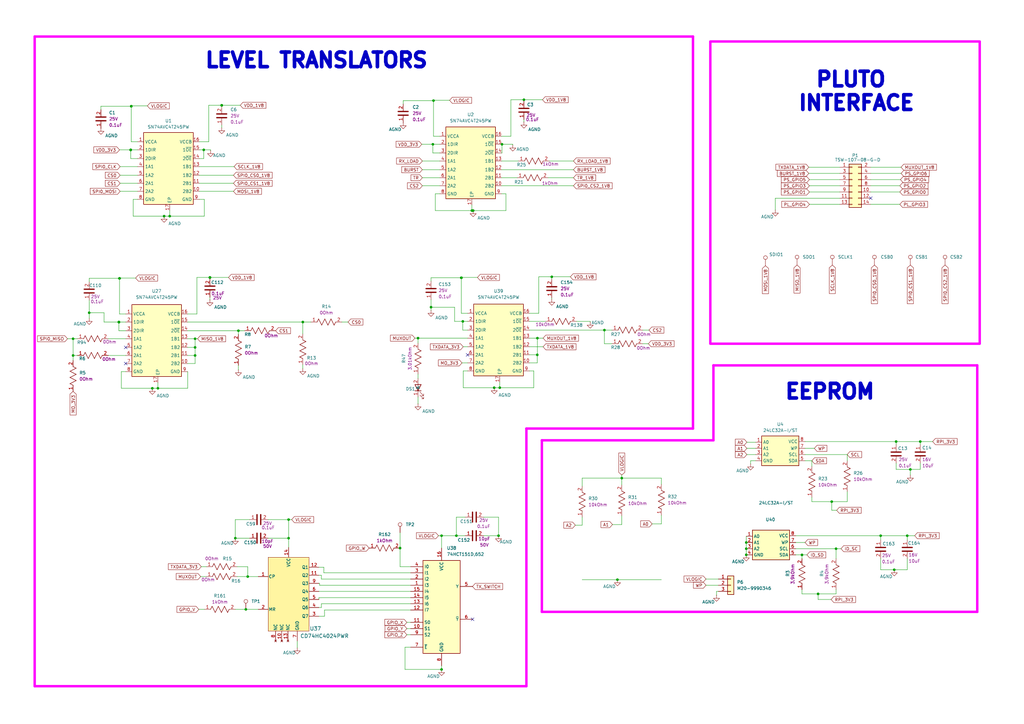
<source format=kicad_sch>
(kicad_sch (version 20250114) (generator "eeschema") (generator_version "9.0")
  (paper "A3")
  (rectangle (start 291.338 17.018) (end 401.828 140.97) (stroke (width 1) (color 255 0 255 1)))
  (text "PLUTO \nINTERFACE" (at 351.282 37.592 0) (effects (font (size 6 6) (thickness 2) (bold yes))))
  (text "LEVEL TRANSLATORS" (at 129.794 24.892 0) (effects (font (size 6 6) (thickness 2) (bold yes))))
  (text "EEPROM" (at 340.36 160.782 0) (effects (font (size 6 6) (thickness 2) (bold yes))))
  (junction (at 53.594 61.5099))
  (junction (at 96.52 220.726))
  (junction (at 194.056 86.36))
  (junction (at 100.838 249.936))
  (junction (at 328.93 227.584))
  (junction (at 64.77 159.258))
  (junction (at 80.01 138.938))
  (junction (at 86.106 113.8339))
  (junction (at 202.692 159.004))
  (junction (at 83.566 61.468))
  (junction (at 171.45 138.684))
  (junction (at 80.01 142.494))
  (junction (at 189.827 131.826))
  (junction (at 164.084 224.79))
  (junction (at 189.23 113.9048))
  (junction (at 90.932 43.2219))
  (junction (at 255.016 196.088))
  (junction (at 220.4233 138.684))
  (junction (at 204.47 219.71))
  (junction (at 204.978 159.004))
  (junction (at 187.198 219.71))
  (junction (at 361.188 219.71))
  (junction (at 373.38 192.532))
  (junction (at 53.848 43.5887))
  (junction (at 53.594 61.468))
  (junction (at 118.364 213.106))
  (junction (at 62.484 159.258))
  (junction (at 29.972 138.938))
  (junction (at 193.548 86.36))
  (junction (at 48.768 132.1219))
  (junction (at 377.444 181.102))
  (junction (at 306.07 222.504))
  (junction (at 36.576 128.27))
  (junction (at 101.6 236.474))
  (junction (at 366.776 233.68))
  (junction (at 177.8 41.2608))
  (junction (at 90.932 43.18))
  (junction (at 335.534 243.586))
  (junction (at 253.238 237.744))
  (junction (at 86.106 113.792))
  (junction (at 29.972 145.796))
  (junction (at 69.596 88.646))
  (junction (at 306.07 225.044))
  (junction (at 341.122 205.74))
  (junction (at 189.23 113.9467))
  (junction (at 80.01 145.796))
  (junction (at 214.884 40.894))
  (junction (at 176.784 125.984))
  (junction (at 306.07 227.5598))
  (junction (at 118.364 220.726))
  (junction (at 49.022 114.2007))
  (junction (at 181.102 274.574))
  (junction (at 67.31 88.646))
  (junction (at 124.206 132.08))
  (junction (at 247.904 135.382))
  (junction (at 49.022 114.1588))
  (junction (at 181.102 219.71))
  (junction (at 342.9 225.044))
  (junction (at 53.848 43.5468))
  (junction (at 220.3644 145.542))
  (junction (at 177.546 59.182))
  (junction (at 367.538 181.102))
  (junction (at 97.79 135.636))
  (junction (at 205.8898 59.182))
  (junction (at 226.314 113.538))
  (junction (at 372.11 219.71))
  (junction (at 48.768 132.08))
  (no_connect (at 191.77 145.542))
  (no_connect (at 357.124 81.28))
  (no_connect (at 51.562 142.494))
  (no_connect (at 51.562 149.098))
  (no_connect (at 193.802 254))
  (wire (pts (xy 318.008 81.28) (xy 344.424 81.28)))
  (wire (pts (xy 328.93 227.584) (xy 328.93 229.108)))
  (polyline (pts (xy 14.224 14.986) (xy 284.226 14.986)) (stroke (width 1) (type solid) (color 255 0 255 1)))
  (wire (pts (xy 255.016 196.088) (xy 271.272 196.088)))
  (wire (pts (xy 306.07 222.504) (xy 306.07 225.044)))
  (wire (pts (xy 372.11 219.71) (xy 372.11 221.488)))
  (wire (pts (xy 48.768 132.08) (xy 48.768 132.1219)))
  (wire (pts (xy 97.79 135.636) (xy 100.33 135.636)))
  (wire (pts (xy 361.188 221.488) (xy 361.188 219.71)))
  (wire (pts (xy 189.827 131.826) (xy 191.77 131.826)))
  (wire (pts (xy 367.538 181.102) (xy 367.538 182.372)))
  (wire (pts (xy 289.56 240.03) (xy 294.64 240.03)))
  (wire (pts (xy 186.436 131.826) (xy 186.436 125.984)))
  (wire (pts (xy 293.878 244.094) (xy 293.878 242.57)))
  (wire (pts (xy 53.594 61.5099) (xy 53.6158 61.5099)))
  (wire (pts (xy 271.272 196.088) (xy 271.272 198.628)))
  (wire (pts (xy 235.204 69.596) (xy 205.74 69.596)))
  (wire (pts (xy 131.826 249.174) (xy 130.81 249.174)))
  (wire (pts (xy 64.77 159.258) (xy 76.962 159.258)))
  (wire (pts (xy 118.364 220.726) (xy 118.364 224.536)))
  (wire (pts (xy 255.016 194.818) (xy 255.016 196.088)))
  (wire (pts (xy 361.188 229.108) (xy 361.188 233.68)))
  (wire (pts (xy 86.106 113.8339) (xy 86.106 113.792)))
  (wire (pts (xy 102.362 213.106) (xy 96.52 213.106)))
  (wire (pts (xy 97.282 232.41) (xy 101.6 232.41)))
  (wire (pts (xy 198.374 212.09) (xy 204.47 212.09)))
  (wire (pts (xy 189.992 159.004) (xy 202.692 159.004)))
  (wire (pts (xy 165.354 42.672) (xy 165.354 41.2608)))
  (wire (pts (xy 82.55 232.41) (xy 84.582 232.41)))
  (wire (pts (xy 85.598 43.18) (xy 85.598 58.166)))
  (wire (pts (xy 95.758 71.882) (xy 81.788 71.882)))
  (wire (pts (xy 86.106 113.792) (xy 80.772 113.792)))
  (wire (pts (xy 372.11 233.68) (xy 372.11 229.108)))
  (wire (pts (xy 172.974 59.182) (xy 177.546 59.182)))
  (wire (pts (xy 207.518 79.502) (xy 205.74 79.502)))
  (wire (pts (xy 49.276 68.326) (xy 56.388 68.326)))
  (wire (pts (xy 255.016 198.882) (xy 255.016 196.088)))
  (wire (pts (xy 164.084 218.44) (xy 164.084 224.79)))
  (wire (pts (xy 178.562 86.36) (xy 193.548 86.36)))
  (wire (pts (xy 85.598 58.166) (xy 81.788 58.166)))
  (wire (pts (xy 289.56 237.49) (xy 294.64 237.49)))
  (wire (pts (xy 191.77 152.146) (xy 189.992 152.146)))
  (wire (pts (xy 168.402 265.43) (xy 166.116 265.43)))
  (wire (pts (xy 168.402 250.19) (xy 133.096 250.19)))
  (wire (pts (xy 49.022 114.2007) (xy 49.0438 114.2007)))
  (wire (pts (xy 171.45 155.194) (xy 171.45 153.416)))
  (wire (pts (xy 48.768 132.1219) (xy 48.7898 132.1219)))
  (polyline (pts (xy 222.25 180.594) (xy 292.608 180.594)) (stroke (width 1) (type solid) (color 255 0 255 1)))
  (wire (pts (xy 205.74 59.182) (xy 205.8898 59.182)))
  (wire (pts (xy 293.878 242.57) (xy 294.64 242.57)))
  (wire (pts (xy 168.402 245.11) (xy 130.81 245.11)))
  (wire (pts (xy 60.452 43.434) (xy 53.848 43.434)))
  (wire (pts (xy 64.77 156.972) (xy 64.77 159.258)))
  (wire (pts (xy 177.546 62.738) (xy 180.34 62.738)))
  (wire (pts (xy 191.77 135.382) (xy 189.827 135.382)))
  (wire (pts (xy 331.978 73.66) (xy 344.424 73.66)))
  (wire (pts (xy 173.228 72.898) (xy 180.34 72.898)))
  (wire (pts (xy 86.36 61.468) (xy 86.36 61.722)))
  (wire (pts (xy 235.966 215.392) (xy 238.76 215.392)))
  (wire (pts (xy 53.594 65.024) (xy 56.388 65.024)))
  (wire (pts (xy 347.472 205.74) (xy 347.472 201.676)))
  (wire (pts (xy 164.084 224.79) (xy 164.084 232.41)))
  (wire (pts (xy 83.566 61.468) (xy 86.36 61.468)))
  (wire (pts (xy 332.994 205.74) (xy 341.122 205.74)))
  (wire (pts (xy 222.758 138.684) (xy 220.4233 138.684)))
  (polyline (pts (xy 222.25 250.952) (xy 222.25 180.594)) (stroke (width 1) (type solid) (color 255 0 255 1)))
  (wire (pts (xy 178.562 79.502) (xy 178.562 86.36)))
  (wire (pts (xy 332.994 203.962) (xy 332.994 205.74)))
  (wire (pts (xy 81.788 65.024) (xy 83.566 65.024)))
  (wire (pts (xy 164.084 232.41) (xy 168.402 232.41)))
  (wire (pts (xy 177.8 41.2608) (xy 177.8 55.88)))
  (wire (pts (xy 369.062 83.82) (xy 357.124 83.82)))
  (wire (pts (xy 238.76 199.39) (xy 238.76 196.088)))
  (wire (pts (xy 181.102 219.71) (xy 187.198 219.71)))
  (wire (pts (xy 218.948 152.146) (xy 217.17 152.146)))
  (wire (pts (xy 187.198 219.71) (xy 190.754 219.71)))
  (wire (pts (xy 83.82 81.788) (xy 81.788 81.788)))
  (wire (pts (xy 334.01 183.896) (xy 330.2 183.896)))
  (wire (pts (xy 377.444 181.102) (xy 367.538 181.102)))
  (wire (pts (xy 97.282 236.474) (xy 101.6 236.474)))
  (wire (pts (xy 81.788 61.468) (xy 83.566 61.468)))
  (wire (pts (xy 205.8898 62.738) (xy 205.8898 59.182)))
  (wire (pts (xy 382.524 181.102) (xy 377.444 181.102)))
  (wire (pts (xy 95.758 78.486) (xy 81.788 78.486)))
  (wire (pts (xy 41.402 43.5468) (xy 53.848 43.5468)))
  (wire (pts (xy 342.9 243.586) (xy 342.9 241.808)))
  (wire (pts (xy 53.848 43.5468) (xy 53.848 43.5887)))
  (wire (pts (xy 80.772 113.792) (xy 80.772 128.778)))
  (wire (pts (xy 62.484 159.258) (xy 64.77 159.258)))
  (polyline (pts (xy 215.9 281.432) (xy 14.224 281.432)) (stroke (width 1) (type solid) (color 255 0 255 1)))
  (wire (pts (xy 342.9 225.044) (xy 342.9 229.108)))
  (wire (pts (xy 49.022 114.046) (xy 49.022 114.1588)))
  (wire (pts (xy 217.17 145.542) (xy 220.3644 145.542)))
  (polyline (pts (xy 400.812 250.952) (xy 222.25 250.952)) (stroke (width 1) (type solid) (color 255 0 255 1)))
  (wire (pts (xy 180.34 79.502) (xy 178.562 79.502)))
  (wire (pts (xy 173.228 76.2) (xy 180.34 76.2)))
  (wire (pts (xy 207.518 86.36) (xy 207.518 79.502)))
  (wire (pts (xy 173.228 69.596) (xy 180.34 69.596)))
  (wire (pts (xy 81.788 68.326) (xy 96.012 68.326)))
  (wire (pts (xy 253.238 237.744) (xy 271.272 237.744)))
  (wire (pts (xy 331.724 68.58) (xy 344.424 68.58)))
  (wire (pts (xy 124.206 136.906) (xy 124.206 132.08)))
  (wire (pts (xy 176.784 125.984) (xy 176.784 122.936)))
  (wire (pts (xy 369.062 76.2) (xy 357.124 76.2)))
  (polyline (pts (xy 400.812 149.86) (xy 400.812 250.952)) (stroke (width 1) (type solid) (color 255 0 255 1)))
  (wire (pts (xy 42.672 132.08) (xy 48.768 132.08)))
  (wire (pts (xy 29.972 138.938) (xy 29.972 145.796)))
  (wire (pts (xy 97.79 137.16) (xy 97.79 135.636)))
  (wire (pts (xy 331.724 71.12) (xy 344.424 71.12)))
  (wire (pts (xy 100.838 249.936) (xy 105.918 249.936)))
  (wire (pts (xy 186.436 125.984) (xy 176.784 125.984)))
  (wire (pts (xy 53.848 58.166) (xy 56.388 58.166)))
  (wire (pts (xy 90.932 43.18) (xy 98.552 43.18)))
  (wire (pts (xy 341.122 209.296) (xy 341.122 205.74)))
  (polyline (pts (xy 292.608 149.86) (xy 292.608 180.594)) (stroke (width 1) (type solid) (color 255 0 255 1)))
  (wire (pts (xy 82.296 236.474) (xy 84.582 236.474)))
  (wire (pts (xy 220.98 113.538) (xy 220.98 128.524)))
  (wire (pts (xy 255.016 215.138) (xy 255.016 211.582)))
  (wire (pts (xy 80.01 145.796) (xy 80.01 149.098)))
  (wire (pts (xy 132.842 232.664) (xy 132.842 234.95)))
  (wire (pts (xy 80.01 142.494) (xy 80.01 145.796)))
  (wire (pts (xy 130.81 242.57) (xy 168.402 242.57)))
  (wire (pts (xy 340.868 245.872) (xy 335.534 245.872)))
  (wire (pts (xy 212.09 72.898) (xy 205.74 72.898)))
  (wire (pts (xy 189.23 113.9467) (xy 189.23 128.524)))
  (wire (pts (xy 189.992 142.24) (xy 191.77 142.24)))
  (wire (pts (xy 80.01 145.796) (xy 76.962 145.796)))
  (wire (pts (xy 131.826 247.65) (xy 131.826 249.174)))
  (wire (pts (xy 367.538 192.532) (xy 373.38 192.532)))
  (wire (pts (xy 377.444 181.102) (xy 377.444 182.372)))
  (wire (pts (xy 306.324 181.356) (xy 309.88 181.356)))
  (wire (pts (xy 53.594 65.024) (xy 53.594 61.5099)))
  (wire (pts (xy 124.206 149.606) (xy 124.206 151.13)))
  (polyline (pts (xy 14.224 14.986) (xy 14.224 281.432)) (stroke (width 1) (type solid) (color 255 0 255 1)))
  (wire (pts (xy 48.768 135.636) (xy 51.562 135.636)))
  (wire (pts (xy 373.38 192.532) (xy 377.444 192.532)))
  (wire (pts (xy 332.994 191.262) (xy 332.994 188.976)))
  (wire (pts (xy 375.158 219.71) (xy 372.11 219.71)))
  (wire (pts (xy 49.276 71.882) (xy 56.388 71.882)))
  (wire (pts (xy 373.38 192.532) (xy 373.38 194.818)))
  (wire (pts (xy 76.962 132.08) (xy 124.206 132.08)))
  (wire (pts (xy 132.842 234.95) (xy 168.402 234.95)))
  (wire (pts (xy 335.534 245.872) (xy 335.534 243.586)))
  (wire (pts (xy 49.022 114.2007) (xy 49.022 128.778)))
  (wire (pts (xy 131.826 235.966) (xy 130.81 235.966)))
  (wire (pts (xy 176.784 127.254) (xy 176.784 125.984)))
  (wire (pts (xy 130.81 245.11) (xy 130.81 245.872)))
  (wire (pts (xy 166.878 257.81) (xy 168.402 257.81)))
  (wire (pts (xy 121.92 265.684) (xy 121.92 262.89)))
  (wire (pts (xy 53.848 43.5887) (xy 53.8698 43.5887)))
  (wire (pts (xy 212.598 66.04) (xy 205.74 66.04)))
  (wire (pts (xy 86.106 122.936) (xy 86.106 121.92)))
  (wire (pts (xy 55.626 114.046) (xy 49.022 114.046)))
  (wire (pts (xy 53.594 61.468) (xy 53.594 61.5099)))
  (wire (pts (xy 96.52 220.726) (xy 102.362 220.726)))
  (wire (pts (xy 242.062 131.826) (xy 242.062 132.08)))
  (wire (pts (xy 218.948 159.004) (xy 218.948 152.146)))
  (wire (pts (xy 179.832 219.71) (xy 181.102 219.71)))
  (wire (pts (xy 173.228 66.04) (xy 180.34 66.04)))
  (wire (pts (xy 53.848 43.434) (xy 53.848 43.5468)))
  (wire (pts (xy 330.2 181.102) (xy 367.538 181.102)))
  (wire (pts (xy 184.404 41.148) (xy 177.8 41.148)))
  (wire (pts (xy 36.576 130.556) (xy 36.576 128.27)))
  (wire (pts (xy 166.116 274.574) (xy 181.102 274.574)))
  (wire (pts (xy 331.978 76.2) (xy 344.424 76.2)))
  (polyline (pts (xy 284.226 175.768) (xy 215.9 175.768)) (stroke (width 1) (type solid) (color 255 0 255 1)))
  (wire (pts (xy 214.884 40.894) (xy 222.504 40.894)))
  (wire (pts (xy 42.672 128.27) (xy 36.576 128.27)))
  (wire (pts (xy 189.23 113.9467) (xy 189.2518 113.9467)))
  (wire (pts (xy 177.8 55.88) (xy 180.34 55.88)))
  (wire (pts (xy 226.314 113.538) (xy 226.314 114.554)))
  (wire (pts (xy 83.566 61.468) (xy 83.566 65.024)))
  (wire (pts (xy 36.576 114.1588) (xy 49.022 114.1588)))
  (wire (pts (xy 328.93 227.584) (xy 326.39 227.584)))
  (wire (pts (xy 170.18 138.684) (xy 171.45 138.684)))
  (wire (pts (xy 109.982 220.726) (xy 118.364 220.726)))
  (wire (pts (xy 90.932 43.18) (xy 85.598 43.18)))
  (wire (pts (xy 307.848 190.246) (xy 307.848 188.976)))
  (wire (pts (xy 27.686 138.938) (xy 29.972 138.938)))
  (wire (pts (xy 247.904 140.97) (xy 247.904 135.382)))
  (wire (pts (xy 369.062 78.74) (xy 357.124 78.74)))
  (wire (pts (xy 250.952 135.382) (xy 247.904 135.382)))
  (wire (pts (xy 97.79 151.638) (xy 97.79 149.86)))
  (wire (pts (xy 267.462 214.884) (xy 271.272 214.884)))
  (wire (pts (xy 223.774 131.826) (xy 217.17 131.826)))
  (wire (pts (xy 306.324 183.896) (xy 309.88 183.896)))
  (wire (pts (xy 166.878 260.35) (xy 168.402 260.35)))
  (wire (pts (xy 369.57 71.12) (xy 357.124 71.12)))
  (wire (pts (xy 251.206 215.138) (xy 255.016 215.138)))
  (wire (pts (xy 76.962 135.636) (xy 97.79 135.636)))
  (wire (pts (xy 318.008 81.28) (xy 318.008 86.106)))
  (wire (pts (xy 49.022 61.468) (xy 53.594 61.468)))
  (wire (pts (xy 238.76 237.744) (xy 253.238 237.744)))
  (wire (pts (xy 235.204 72.898) (xy 224.79 72.898)))
  (wire (pts (xy 81.788 75.184) (xy 95.758 75.184)))
  (wire (pts (xy 204.47 219.71) (xy 198.374 219.71)))
  (wire (pts (xy 90.932 43.688) (xy 90.932 43.2219)))
  (wire (pts (xy 49.784 159.258) (xy 62.484 159.258)))
  (wire (pts (xy 81.026 138.938) (xy 80.01 138.938)))
  (wire (pts (xy 131.064 239.268) (xy 131.064 240.03)))
  (wire (pts (xy 217.17 148.844) (xy 220.3644 148.844)))
  (wire (pts (xy 306.324 186.436) (xy 309.88 186.436)))
  (wire (pts (xy 124.206 132.08) (xy 127.508 132.08)))
  (wire (pts (xy 83.82 88.646) (xy 83.82 81.788)))
  (wire (pts (xy 44.45 145.796) (xy 51.562 145.796)))
  (wire (pts (xy 76.962 159.258) (xy 76.962 152.4)))
  (wire (pts (xy 220.3644 145.542) (xy 220.4233 145.542)))
  (wire (pts (xy 80.01 138.938) (xy 80.01 142.494)))
  (wire (pts (xy 306.07 227.5598) (xy 306.07 227.584)))
  (wire (pts (xy 101.6 232.41) (xy 101.6 236.474)))
  (wire (pts (xy 166.116 265.43) (xy 166.116 274.574)))
  (wire (pts (xy 347.472 186.436) (xy 347.472 188.976)))
  (wire (pts (xy 29.972 147.828) (xy 29.972 145.796)))
  (wire (pts (xy 81.534 249.936) (xy 83.82 249.936)))
  (wire (pts (xy 166.878 255.27) (xy 168.402 255.27)))
  (wire (pts (xy 330.962 227.584) (xy 328.93 227.584)))
  (wire (pts (xy 209.55 40.894) (xy 209.55 55.88)))
  (wire (pts (xy 130.81 232.664) (xy 132.842 232.664)))
  (wire (pts (xy 204.47 212.09) (xy 204.47 219.71)))
  (polyline (pts (xy 215.9 175.768) (xy 215.9 281.432)) (stroke (width 1) (type solid) (color 255 0 255 1)))
  (wire (pts (xy 189.827 135.382) (xy 189.827 131.826)))
  (wire (pts (xy 90.932 52.324) (xy 90.932 51.308)))
  (wire (pts (xy 49.784 152.4) (xy 49.784 159.258)))
  (wire (pts (xy 176.784 113.9048) (xy 189.23 113.9048)))
  (wire (pts (xy 344.932 225.044) (xy 342.9 225.044)))
  (wire (pts (xy 142.748 132.08) (xy 140.208 132.08)))
  (wire (pts (xy 204.978 159.004) (xy 218.948 159.004)))
  (wire (pts (xy 36.576 128.27) (xy 36.576 123.19)))
  (polyline (pts (xy 292.608 149.86) (xy 400.812 149.86)) (stroke (width 1) (type solid) (color 255 0 255 1)))
  (wire (pts (xy 44.45 138.938) (xy 51.562 138.938)))
  (wire (pts (xy 131.826 237.49) (xy 168.402 237.49)))
  (wire (pts (xy 220.98 113.538) (xy 226.314 113.538)))
  (wire (pts (xy 330.2 222.504) (xy 326.39 222.504)))
  (wire (pts (xy 171.45 138.684) (xy 191.77 138.684)))
  (wire (pts (xy 214.884 50.038) (xy 214.884 49.022)))
  (wire (pts (xy 326.39 219.71) (xy 361.188 219.71)))
  (wire (pts (xy 48.768 135.636) (xy 48.768 132.1219)))
  (wire (pts (xy 238.76 215.392) (xy 238.76 212.09)))
  (wire (pts (xy 49.276 75.184) (xy 56.388 75.184)))
  (wire (pts (xy 86.106 113.8339) (xy 86.1278 113.8339)))
  (wire (pts (xy 328.93 243.586) (xy 335.534 243.586)))
  (wire (pts (xy 189.23 128.524) (xy 191.77 128.524)))
  (wire (pts (xy 331.978 78.74) (xy 344.424 78.74)))
  (wire (pts (xy 361.188 219.71) (xy 372.11 219.71)))
  (wire (pts (xy 80.01 138.938) (xy 76.962 138.938)))
  (wire (pts (xy 307.848 188.976) (xy 309.88 188.976)))
  (wire (pts (xy 235.204 76.2) (xy 205.74 76.2)))
  (wire (pts (xy 86.106 114.3) (xy 86.106 113.8339)))
  (wire (pts (xy 165.354 41.2608) (xy 177.8 41.2608)))
  (wire (pts (xy 131.064 239.268) (xy 130.81 239.268)))
  (wire (pts (xy 342.9 225.044) (xy 326.39 225.044)))
  (wire (pts (xy 247.904 135.382) (xy 217.17 135.382)))
  (wire (pts (xy 118.364 213.106) (xy 109.982 213.106)))
  (wire (pts (xy 214.884 40.894) (xy 209.55 40.894)))
  (wire (pts (xy 118.364 213.106) (xy 118.364 220.726)))
  (wire (pts (xy 195.834 113.792) (xy 189.23 113.792)))
  (wire (pts (xy 186.436 131.826) (xy 189.827 131.826)))
  (wire (pts (xy 187.198 212.09) (xy 190.754 212.09)))
  (wire (pts (xy 54.61 81.788) (xy 54.61 88.646)))
  (wire (pts (xy 80.01 149.098) (xy 76.962 149.098)))
  (wire (pts (xy 69.596 88.646) (xy 83.82 88.646)))
  (wire (pts (xy 205.74 62.738) (xy 205.8898 62.738)))
  (wire (pts (xy 49.022 114.1588) (xy 49.022 114.2007)))
  (wire (pts (xy 193.548 86.36) (xy 194.056 86.36)))
  (wire (pts (xy 238.76 196.088) (xy 255.016 196.088)))
  (wire (pts (xy 80.01 142.494) (xy 76.962 142.494)))
  (wire (pts (xy 202.692 159.004) (xy 204.978 159.004)))
  (wire (pts (xy 189.23 113.9048) (xy 189.23 113.9467)))
  (wire (pts (xy 341.122 205.74) (xy 347.472 205.74)))
  (wire (pts (xy 131.826 235.966) (xy 131.826 237.49)))
  (wire (pts (xy 220.98 128.524) (xy 217.17 128.524)))
  (wire (pts (xy 56.388 81.788) (xy 54.61 81.788)))
  (wire (pts (xy 69.596 86.36) (xy 69.596 88.646)))
  (wire (pts (xy 29.972 145.796) (xy 31.75 145.796)))
  (wire (pts (xy 367.538 189.992) (xy 367.538 192.532)))
  (wire (pts (xy 265.938 140.97) (xy 263.652 140.97)))
  (wire (pts (xy 54.61 88.646) (xy 67.31 88.646)))
  (wire (pts (xy 236.474 131.826) (xy 242.062 131.826)))
  (wire (pts (xy 222.758 142.24) (xy 217.17 142.24)))
  (wire (pts (xy 377.444 192.532) (xy 377.444 189.992)))
  (wire (pts (xy 306.07 219.964) (xy 306.07 222.504)))
  (wire (pts (xy 133.096 250.19) (xy 133.096 252.73)))
  (wire (pts (xy 250.952 140.97) (xy 247.904 140.97)))
  (wire (pts (xy 306.07 225.044) (xy 306.07 227.5598)))
  (wire (pts (xy 235.204 66.04) (xy 225.298 66.04)))
  (wire (pts (xy 131.064 240.03) (xy 168.402 240.03)))
  (wire (pts (xy 266.192 135.382) (xy 263.652 135.382)))
  (wire (pts (xy 220.4233 145.542) (xy 220.4233 138.684)))
  (wire (pts (xy 101.6 236.474) (xy 105.918 236.474)))
  (wire (pts (xy 51.562 152.4) (xy 49.784 152.4)))
  (wire (pts (xy 332.994 188.976) (xy 330.2 188.976)))
  (wire (pts (xy 53.594 61.468) (xy 56.388 61.468)))
  (wire (pts (xy 187.198 212.09) (xy 187.198 219.71)))
  (wire (pts (xy 189.992 152.146) (xy 189.992 159.004)))
  (wire (pts (xy 49.276 78.486) (xy 56.388 78.486)))
  (wire (pts (xy 41.402 44.958) (xy 41.402 43.5468)))
  (wire (pts (xy 80.772 128.778) (xy 76.962 128.778)))
  (wire (pts (xy 119.634 213.106) (xy 118.364 213.106)))
  (wire (pts (xy 42.672 132.08) (xy 42.672 128.27)))
  (wire (pts (xy 36.576 115.57) (xy 36.576 114.1588)))
  (wire (pts (xy 214.884 41.402) (xy 214.884 40.894)))
  (wire (pts (xy 49.022 128.778) (xy 51.562 128.778)))
  (wire (pts (xy 210.312 59.182) (xy 210.312 59.436)))
  (wire (pts (xy 177.546 62.738) (xy 177.546 59.182)))
  (wire (pts (xy 226.314 113.538) (xy 233.934 113.538)))
  (wire (pts (xy 181.102 274.574) (xy 181.102 273.05)))
  (wire (pts (xy 369.57 68.58) (xy 357.124 68.58)))
  (wire (pts (xy 86.106 113.792) (xy 93.726 113.792)))
  (wire (pts (xy 226.314 122.682) (xy 226.314 122.174)))
  (wire (pts (xy 96.52 213.106) (xy 96.52 220.726)))
  (polyline (pts (xy 284.226 14.986) (xy 284.226 175.768)) (stroke (width 1) (type solid) (color 255 0 255 1)))
  (wire (pts (xy 53.848 43.5887) (xy 53.848 58.166)))
  (wire (pts (xy 331.978 83.82) (xy 344.424 83.82)))
  (wire (pts (xy 209.55 55.88) (xy 205.74 55.88)))
  (wire (pts (xy 189.484 148.844) (xy 191.77 148.844)))
  (wire (pts (xy 271.272 214.884) (xy 271.272 211.328)))
  (wire (pts (xy 133.096 252.73) (xy 130.81 252.73)))
  (wire (pts (xy 194.056 86.36) (xy 207.518 86.36)))
  (wire (pts (xy 205.8898 59.182) (xy 210.312 59.182)))
  (wire (pts (xy 176.784 115.316) (xy 176.784 113.9048)))
  (wire (pts (xy 343.154 209.296) (xy 341.122 209.296)))
  (wire (pts (xy 171.45 140.716) (xy 171.45 138.684)))
  (wire (pts (xy 193.548 84.074) (xy 193.548 86.36)))
  (wire (pts (xy 29.972 138.938) (xy 31.75 138.938)))
  (wire (pts (xy 204.978 156.718) (xy 204.978 159.004)))
  (wire (pts (xy 328.93 241.808) (xy 328.93 243.586)))
  (wire (pts (xy 171.45 165.608) (xy 171.45 162.814)))
  (wire (pts (xy 189.23 113.792) (xy 189.23 113.9048)))
  (wire (pts (xy 220.4233 138.684) (xy 217.17 138.684)))
  (wire (pts (xy 168.402 247.65) (xy 131.826 247.65)))
  (wire (pts (xy 96.52 249.936) (xy 100.838 249.936)))
  (wire (pts (xy 335.534 243.586) (xy 342.9 243.586)))
  (wire (pts (xy 366.776 233.68) (xy 372.11 233.68)))
  (wire (pts (xy 177.546 59.182) (xy 180.34 59.182)))
  (wire (pts (xy 220.3644 148.844) (xy 220.3644 145.542)))
  (wire (pts (xy 67.31 88.646) (xy 69.596 88.646)))
  (wire (pts (xy 330.2 186.436) (xy 347.472 186.436)))
  (wire (pts (xy 90.932 43.2219) (xy 90.9538 43.2219)))
  (wire (pts (xy 48.768 132.08) (xy 51.562 132.08)))
  (wire (pts (xy 90.932 43.2219) (xy 90.932 43.18)))
  (wire (pts (xy 361.188 233.68) (xy 366.776 233.68)))
  (wire (pts (xy 177.8 41.148) (xy 177.8 41.2608)))
  (wire (pts (xy 369.316 73.66) (xy 357.124 73.66)))
  (wire (pts (xy 181.102 219.71) (xy 181.102 224.79)))
  (global_label "SPI0_MOSI" (shape input) (at 49.276 78.486 180) (property "Intersheetrefs" "${INTERSHEET_REFS}" (effects (hide yes))))
  (global_label "MUXOUT_1V8" (shape input) (at 369.57 68.58 0) (property "Intersheetrefs" "${INTERSHEET_REFS}" (effects (hide yes))))
  (global_label "PL_GPIO3" (shape input) (at 369.062 83.82 0) (property "Intersheetrefs" "${INTERSHEET_REFS}" (effects (hide yes))))
  (global_label "GPIO_Z" (shape input) (at 166.878 260.35 180) (property "Intersheetrefs" "${INTERSHEET_REFS}" (effects (hide yes))))
  (global_label "MUXOUT" (shape input) (at 82.296 236.474 180) (property "Intersheetrefs" "${INTERSHEET_REFS}" (effects (hide yes))))
  (global_label "GPIO_W" (shape input) (at 151.384 224.79 180) (property "Intersheetrefs" "${INTERSHEET_REFS}" (effects (hide yes))))
  (global_label "CS1" (shape input) (at 49.276 75.184 180) (property "Intersheetrefs" "${INTERSHEET_REFS}" (effects (hide yes))))
  (global_label "MISO_1V8" (shape input) (at 326.898 108.712 270) (property "Intersheetrefs" "${INTERSHEET_REFS}" (effects (hide yes))))
  (global_label "VDD_1V8" (shape input) (at 98.552 43.18 0) (property "Intersheetrefs" "${INTERSHEET_REFS}" (effects (hide yes))))
  (global_label "MO_3V3" (shape input) (at 189.484 148.844 180) (property "Intersheetrefs" "${INTERSHEET_REFS}" (effects (hide yes))))
  (global_label "MUXOUT_1V8" (shape input) (at 222.758 138.684 0) (property "Intersheetrefs" "${INTERSHEET_REFS}" (effects (hide yes))))
  (global_label "A0" (shape input) (at 306.324 181.356 180) (property "Intersheetrefs" "${INTERSHEET_REFS}" (effects (hide yes))))
  (global_label "CS2" (shape input) (at 266.192 135.382 0) (property "Intersheetrefs" "${INTERSHEET_REFS}" (effects (hide yes))))
  (global_label "PS_GPIO1" (shape input) (at 331.978 78.74 180) (property "Intersheetrefs" "${INTERSHEET_REFS}" (effects (hide yes))))
  (global_label "VDD_3V3" (shape input) (at 265.938 140.97 0) (property "Intersheetrefs" "${INTERSHEET_REFS}" (effects (hide yes))))
  (global_label "CS1" (shape input) (at 113.03 135.636 0) (property "Intersheetrefs" "${INTERSHEET_REFS}" (effects (hide yes))))
  (global_label "VDD_1V8" (shape input) (at 93.726 113.792 0) (property "Intersheetrefs" "${INTERSHEET_REFS}" (effects (hide yes))))
  (global_label "GPIO_V" (shape input) (at 81.534 249.936 180) (property "Intersheetrefs" "${INTERSHEET_REFS}" (effects (hide yes))))
  (global_label "GPIO_Y" (shape input) (at 166.878 257.81 180) (property "Intersheetrefs" "${INTERSHEET_REFS}" (effects (hide yes))))
  (global_label "TXDATA_1V8" (shape input) (at 222.758 142.24 0) (property "Intersheetrefs" "${INTERSHEET_REFS}" (effects (hide yes))))
  (global_label "A2" (shape input) (at 235.966 215.392 180) (property "Intersheetrefs" "${INTERSHEET_REFS}" (effects (hide yes))))
  (global_label "TXDATA_3V3" (shape input) (at 82.55 232.41 180) (property "Intersheetrefs" "${INTERSHEET_REFS}" (effects (hide yes))))
  (global_label "WP" (shape input) (at 334.01 183.896 0) (property "Intersheetrefs" "${INTERSHEET_REFS}" (effects (hide yes))))
  (global_label "SPI0_MISO" (shape input) (at 27.686 138.938 180) (property "Intersheetrefs" "${INTERSHEET_REFS}" (effects (hide yes))))
  (global_label "ID_SC" (shape input) (at 344.932 225.044 0) (property "Intersheetrefs" "${INTERSHEET_REFS}" (effects (hide yes))))
  (global_label "PS_GPIO2" (shape input) (at 369.062 76.2 0) (property "Intersheetrefs" "${INTERSHEET_REFS}" (effects (hide yes))))
  (global_label "BURST" (shape input) (at 173.228 69.596 180) (property "Intersheetrefs" "${INTERSHEET_REFS}" (effects (hide yes))))
  (global_label "PS_GPIO0" (shape input) (at 369.062 78.74 0) (property "Intersheetrefs" "${INTERSHEET_REFS}" (effects (hide yes))))
  (global_label "RPI_3V3" (shape input) (at 382.524 181.102 0) (property "Intersheetrefs" "${INTERSHEET_REFS}" (effects (hide yes))))
  (global_label "CS2" (shape input) (at 173.228 76.2 180) (property "Intersheetrefs" "${INTERSHEET_REFS}" (effects (hide yes))))
  (global_label "PS_GPIO5" (shape input) (at 331.978 73.66 180) (property "Intersheetrefs" "${INTERSHEET_REFS}" (effects (hide yes))))
  (global_label "PS_GPIO4" (shape input) (at 369.316 73.66 0) (property "Intersheetrefs" "${INTERSHEET_REFS}" (effects (hide yes))))
  (global_label "VLOGIC" (shape input) (at 195.834 113.792 0) (property "Intersheetrefs" "${INTERSHEET_REFS}" (effects (hide yes))))
  (global_label "GPIO_X" (shape input) (at 166.878 255.27 180) (property "Intersheetrefs" "${INTERSHEET_REFS}" (effects (hide yes))))
  (global_label "BURST_1V8" (shape input) (at 331.724 71.12 180) (property "Intersheetrefs" "${INTERSHEET_REFS}" (effects (hide yes))))
  (global_label "A0" (shape input) (at 267.462 214.884 180) (property "Intersheetrefs" "${INTERSHEET_REFS}" (effects (hide yes))))
  (global_label "VLOGIC" (shape input) (at 184.404 41.148 0) (property "Intersheetrefs" "${INTERSHEET_REFS}" (effects (hide yes))))
  (global_label "VLOGIC" (shape input) (at 119.634 213.106 0) (property "Intersheetrefs" "${INTERSHEET_REFS}" (effects (hide yes))))
  (global_label "VLOGIC" (shape input) (at 60.452 43.434 0) (property "Intersheetrefs" "${INTERSHEET_REFS}" (effects (hide yes))))
  (global_label "VLOGIC" (shape input) (at 179.832 219.71 180) (property "Intersheetrefs" "${INTERSHEET_REFS}" (effects (hide yes))))
  (global_label "RPI_3V3" (shape input) (at 343.154 209.296 0) (property "Intersheetrefs" "${INTERSHEET_REFS}" (effects (hide yes))))
  (global_label "A1" (shape input) (at 251.206 215.138 180) (property "Intersheetrefs" "${INTERSHEET_REFS}" (effects (hide yes))))
  (global_label "SPI0_CS2_1V8" (shape input) (at 235.204 76.2 0) (property "Intersheetrefs" "${INTERSHEET_REFS}" (effects (hide yes))))
  (global_label "SCLK_1V8" (shape input) (at 341.376 108.712 270) (property "Intersheetrefs" "${INTERSHEET_REFS}" (effects (hide yes))))
  (global_label "TR" (shape input) (at 173.228 72.898 180) (property "Intersheetrefs" "${INTERSHEET_REFS}" (effects (hide yes))))
  (global_label "VDD_3V3" (shape input) (at 49.022 61.468 180) (property "Intersheetrefs" "${INTERSHEET_REFS}" (effects (hide yes))))
  (global_label "VDD_1V8" (shape input) (at 233.934 113.538 0) (property "Intersheetrefs" "${INTERSHEET_REFS}" (effects (hide yes))))
  (global_label "TXDATA_1V8" (shape input) (at 331.724 68.58 180) (property "Intersheetrefs" "${INTERSHEET_REFS}" (effects (hide yes))))
  (global_label "A2" (shape input) (at 306.324 186.436 180) (property "Intersheetrefs" "${INTERSHEET_REFS}" (effects (hide yes))))
  (global_label "RPI_3V3" (shape input) (at 375.158 219.71 0) (property "Intersheetrefs" "${INTERSHEET_REFS}" (effects (hide yes))))
  (global_label "SCLK_1V8" (shape input) (at 96.012 68.326 0) (property "Intersheetrefs" "${INTERSHEET_REFS}" (effects (hide yes))))
  (global_label "MO_3V3" (shape input) (at 29.972 160.528 270) (property "Intersheetrefs" "${INTERSHEET_REFS}" (effects (hide yes))))
  (global_label "SPI0_CS0_1V8" (shape input) (at 358.648 108.712 270) (property "Intersheetrefs" "${INTERSHEET_REFS}" (effects (hide yes))))
  (global_label "A1" (shape input) (at 306.324 183.896 180) (property "Intersheetrefs" "${INTERSHEET_REFS}" (effects (hide yes))))
  (global_label "SPI0_CS0_1V8" (shape input) (at 95.758 71.882 0) (property "Intersheetrefs" "${INTERSHEET_REFS}" (effects (hide yes))))
  (global_label "SPI0_CLK" (shape input) (at 49.276 68.326 180) (property "Intersheetrefs" "${INTERSHEET_REFS}" (effects (hide yes))))
  (global_label "VLOGIC" (shape input) (at 289.56 237.49 180) (property "Intersheetrefs" "${INTERSHEET_REFS}" (effects (hide yes))))
  (global_label "VDD_1V8" (shape input) (at 222.504 40.894 0) (property "Intersheetrefs" "${INTERSHEET_REFS}" (effects (hide yes))))
  (global_label "MOSI_1V8" (shape input) (at 95.758 78.486 0) (property "Intersheetrefs" "${INTERSHEET_REFS}" (effects (hide yes))))
  (global_label "SPI0_CS1_1V8" (shape input) (at 95.758 75.184 0) (property "Intersheetrefs" "${INTERSHEET_REFS}" (effects (hide yes))))
  (global_label "CS0" (shape input) (at 142.748 132.08 0) (property "Intersheetrefs" "${INTERSHEET_REFS}" (effects (hide yes))))
  (global_label "TX_SWITCH" (shape input) (at 193.802 240.538 0) (property "Intersheetrefs" "${INTERSHEET_REFS}" (effects (hide yes))))
  (global_label "TR_1V8" (shape input) (at 235.204 72.898 0) (property "Intersheetrefs" "${INTERSHEET_REFS}" (effects (hide yes))))
  (global_label "RPI_3V3" (shape input) (at 340.868 245.872 0) (property "Intersheetrefs" "${INTERSHEET_REFS}" (effects (hide yes))))
  (global_label "MOSI_1V8" (shape input) (at 313.944 108.966 270) (property "Intersheetrefs" "${INTERSHEET_REFS}" (effects (hide yes))))
  (global_label "MISO_1V8" (shape input) (at 81.026 138.938 0) (property "Intersheetrefs" "${INTERSHEET_REFS}" (effects (hide yes))))
  (global_label "WP" (shape input) (at 330.2 222.504 0) (property "Intersheetrefs" "${INTERSHEET_REFS}" (effects (hide yes))))
  (global_label "TXDATA_3V3" (shape input) (at 189.992 142.24 180) (property "Intersheetrefs" "${INTERSHEET_REFS}" (effects (hide yes))))
  (global_label "VDD_3V3" (shape input) (at 172.974 59.182 180) (property "Intersheetrefs" "${INTERSHEET_REFS}" (effects (hide yes))))
  (global_label "BURST_1V8" (shape input) (at 235.204 69.596 0) (property "Intersheetrefs" "${INTERSHEET_REFS}" (effects (hide yes))))
  (global_label "RX_LOAD" (shape input) (at 173.228 66.04 180) (property "Intersheetrefs" "${INTERSHEET_REFS}" (effects (hide yes))))
  (global_label "WP" (shape input) (at 289.56 240.03 180) (property "Intersheetrefs" "${INTERSHEET_REFS}" (effects (hide yes))))
  (global_label "PS_GPIO6" (shape input) (at 369.57 71.12 0) (property "Intersheetrefs" "${INTERSHEET_REFS}" (effects (hide yes))))
  (global_label "SCL" (shape input) (at 347.472 186.436 0) (property "Intersheetrefs" "${INTERSHEET_REFS}" (effects (hide yes))))
  (global_label "RX_LOAD_1V8" (shape input) (at 235.204 66.04 0) (property "Intersheetrefs" "${INTERSHEET_REFS}" (effects (hide yes))))
  (global_label "VLOGIC" (shape input) (at 255.016 194.818 90) (property "Intersheetrefs" "${INTERSHEET_REFS}" (effects (hide yes))))
  (global_label "PL_GPIO4" (shape input) (at 331.978 83.82 180) (property "Intersheetrefs" "${INTERSHEET_REFS}" (effects (hide yes))))
  (global_label "MUXOUT" (shape input) (at 170.18 138.684 180) (property "Intersheetrefs" "${INTERSHEET_REFS}" (effects (hide yes))))
  (global_label "ID_SD" (shape input) (at 330.962 227.584 0) (property "Intersheetrefs" "${INTERSHEET_REFS}" (effects (hide yes))))
  (global_label "SPI0_CS2_1V8" (shape input) (at 387.604 108.712 270) (property "Intersheetrefs" "${INTERSHEET_REFS}" (effects (hide yes))))
  (global_label "CS0" (shape input) (at 49.276 71.882 180) (property "Intersheetrefs" "${INTERSHEET_REFS}" (effects (hide yes))))
  (global_label "SDA" (shape input) (at 332.994 188.976 0) (property "Intersheetrefs" "${INTERSHEET_REFS}" (effects (hide yes))))
  (global_label "PS_GPIO3" (shape input) (at 331.978 76.2 180) (property "Intersheetrefs" "${INTERSHEET_REFS}" (effects (hide yes))))
  (global_label "VLOGIC" (shape input) (at 55.626 114.046 0) (property "Intersheetrefs" "${INTERSHEET_REFS}" (effects (hide yes))))
  (global_label "SPI0_CS1_1V8" (shape input) (at 373.38 108.712 270) (property "Intersheetrefs" "${INTERSHEET_REFS}" (effects (hide yes))))
  (symbol (lib_id "PABA-DP:CL10B104KA8NNNC") (at 178.054 125.476 180) (unit 1)
    (property "Reference" "C153" (at 179.832 116.5859 0) (effects (justify right)))
    (property "Value" "CL10B104KA8NNNC" (effects (hide yes)))
    (property "Footprint" "Capacitor_SMD:C_0603_1608Metric" (effects (hide yes)))
    (property "Datasheet" "https://mm.digikey.com/Volume0/opasdata/d220001/medias/docus/609/CL10B104KA8NNNC_Spec.pdf" (effects (hide yes)))
    (property "Description" "0.1 µF ±10% 25V Ceramic Capacitor X7R 0603 (1608 Metric)" (effects (hide yes)))
    (property "V" "25V" (at 179.832 119.1259 0) (effects (justify right)))
    (property "Acc" "10%" (effects (hide yes)))
    (property "C" "0.1uF" (at 179.832 121.6659 0) (effects (justify right)))
  )
  (symbol (lib_id "PABA-DP:GND") (at 202.692 159.004 0) (unit 1)
    (property "Reference" "#PWR0311" (effects (hide yes)))
    (property "Value" "AGND" (at 207.01 162.052 0))
    (property "Description" "Power symbol creates a global label with name \"GND\" , ground" (effects (hide yes)))
  )
  (symbol (lib_id "PABA-DP:GND") (at 165.354 50.292 0) (unit 1)
    (property "Reference" "#PWR0297" (effects (hide yes)))
    (property "Value" "AGND" (at 162.052 53.086 0))
    (property "Description" "Power symbol creates a global label with name \"GND\" , ground" (effects (hide yes)))
  )
  (symbol (lib_id "PABA-DP:ERJ-3EKF1002V") (at 230.124 129.286 0) (unit 1)
    (property "Reference" "R138" (at 236.474 133.35 0))
    (property "Value" "ERJ-3EKF1002V" (effects (hide yes)))
    (property "Footprint" "Resistor_SMD:R_0603_1608Metric" (effects (hide yes)))
    (property "Datasheet" "https://industrial.panasonic.com/cdbs/www-data/pdf/RDA0000/AOA0000C304.pdf" (effects (hide yes)))
    (property "Description" "RES SMD 10K OHM 1% 1/10W 0603" (effects (hide yes)))
    (property "R" "10kOhm" (at 223.52 133.096 0))
    (property "P" "0.1W" (effects (hide yes)))
    (property "Acc" "1%" (effects (hide yes)))
  )
  (symbol (lib_id "PABA-DP:CL10C100JB8NNNC") (at 99.822 221.996 90) (unit 1)
    (property "Reference" "C150" (at 102.616 222.504 90))
    (property "Value" "CL10C100JB8NNNC" (effects (hide yes)))
    (property "Footprint" "Capacitor_SMD:C_0603_1608Metric" (effects (hide yes)))
    (property "Datasheet" "https://mm.digikey.com/Volume0/opasdata/d220001/medias/docus/609/CL10C100JB8NNNC_Spec.pdf" (effects (hide yes)))
    (property "Description" "10 pF ±5% 50V Ceramic Capacitor C0G, NP0 0603 (1608 Metric)" (effects (hide yes)))
    (property "C" "10pF" (at 109.728 221.996 90))
    (property "V" "50V" (at 109.728 224.028 90))
    (property "Acc" "5%" (effects (hide yes)))
  )
  (symbol (lib_id "PABA-DP:ERJ-3EKF3011V") (at 168.91 147.066 90) (unit 1)
    (property "Reference" "R47" (at 165.608 147.066 0))
    (property "Value" "ERJ-3EKF3011V" (effects (hide yes)))
    (property "Footprint" "Resistor_SMD:R_0603_1608Metric" (effects (hide yes)))
    (property "Datasheet" "https://industrial.panasonic.com/cdbs/www-data/pdf/RDA0000/AOA0000C304.pdf" (effects (hide yes)))
    (property "Description" "RES SMD 3.01K OHM 1% 1/10W 0603" (effects (hide yes)))
    (property "R" "3.01kOhm" (at 168.148 147.066 0))
    (property "Acc" "1%" (effects (hide yes)))
    (property "P" "0.1W" (effects (hide yes)))
  )
  (symbol (lib_id "PABA-DP:CL10B104KA8NNNC") (at 87.376 124.46 180) (unit 1)
    (property "Reference" "C112" (at 89.154 115.824 0))
    (property "Value" "CL10B104KA8NNNC" (effects (hide yes)))
    (property "Footprint" "Capacitor_SMD:C_0603_1608Metric" (effects (hide yes)))
    (property "Datasheet" "https://mm.digikey.com/Volume0/opasdata/d220001/medias/docus/609/CL10B104KA8NNNC_Spec.pdf" (effects (hide yes)))
    (property "Description" "0.1 µF ±10% 25V Ceramic Capacitor X7R 0603 (1608 Metric)" (effects (hide yes)))
    (property "V" "25V" (at 89.154 122.174 0))
    (property "Acc" "10%" (effects (hide yes)))
    (property "C" "0.1uF" (at 89.408 120.396 0))
  )
  (symbol (lib_id "PABA-DP:GND") (at 204.47 219.71 0) (unit 1)
    (property "Reference" "#PWR0295" (effects (hide yes)))
    (property "Value" "AGND" (at 207.518 222.25 0))
    (property "Description" "Power symbol creates a global label with name \"GND\" , ground" (effects (hide yes)))
  )
  (symbol (lib_id "PABA-DP:CL10B104KA8NNNC") (at 216.154 51.562 180) (unit 1)
    (property "Reference" "C3" (at 216.154 42.926 0) (effects (justify right)))
    (property "Value" "CL10B104KA8NNNC" (effects (hide yes)))
    (property "Footprint" "Capacitor_SMD:C_0603_1608Metric" (effects (hide yes)))
    (property "Datasheet" "https://mm.digikey.com/Volume0/opasdata/d220001/medias/docus/609/CL10B104KA8NNNC_Spec.pdf" (effects (hide yes)))
    (property "Description" "0.1 µF ±10% 25V Ceramic Capacitor X7R 0603 (1608 Metric)" (effects (hide yes)))
    (property "V" "25V" (at 215.9 47.244 0) (effects (justify right)))
    (property "Acc" "10%" (effects (hide yes)))
    (property "C" "0.1uF" (at 215.646 49.022 0) (effects (justify right)))
  )
  (symbol (lib_id "PABA-DP:ERJ-3GEY0R00V") (at 257.302 138.43 0) (unit 1)
    (property "Reference" "R28" (at 252.476 142.494 0))
    (property "Value" "ERJ-3GEY0R00V" (effects (hide yes)))
    (property "Footprint" "Resistor_SMD:R_0603_1608Metric" (effects (hide yes)))
    (property "Datasheet" "https://industrial.panasonic.com/ww/products/pt/general-purpose-chip-resistors/models/ERJ3GEY0R00V" (effects (hide yes)))
    (property "Description" "RES SMD 0 OHM JUMPER 1/10W 0603" (effects (hide yes)))
    (property "R" "0Ohm" (at 263.906 142.748 0))
    (property "Acc" "1%" (effects (hide yes)))
    (property "P" "0.1W" (effects (hide yes)))
  )
  (symbol (lib_id "PABA-DP:GND") (at 293.878 244.094 0) (unit 1)
    (property "Reference" "#PWR0292" (effects (hide yes)))
    (property "Value" "AGND" (at 290.576 246.888 0))
    (property "Description" "Power symbol creates a global label with name \"GND\" , ground" (effects (hide yes)))
  )
  (symbol (lib_id "PABA-DP:CL10B104KA8NNNC") (at 227.584 124.714 180) (unit 1)
    (property "Reference" "C154" (at 229.87 115.8239 0) (effects (justify right)))
    (property "Value" "CL10B104KA8NNNC" (effects (hide yes)))
    (property "Footprint" "Capacitor_SMD:C_0603_1608Metric" (effects (hide yes)))
    (property "Datasheet" "https://mm.digikey.com/Volume0/opasdata/d220001/medias/docus/609/CL10B104KA8NNNC_Spec.pdf" (effects (hide yes)))
    (property "Description" "0.1 µF ±10% 25V Ceramic Capacitor X7R 0603 (1608 Metric)" (effects (hide yes)))
    (property "V" "25V" (at 229.87 118.3639 0) (effects (justify right)))
    (property "Acc" "10%" (effects (hide yes)))
    (property "C" "0.1uF" (at 229.87 120.9039 0) (effects (justify right)))
  )
  (symbol (lib_id "PABA-DP:ERJ-3EKF1002V") (at 268.732 204.978 90) (unit 1)
    (property "Reference" "R32" (at 273.812 203.7079 90) (effects (justify right)))
    (property "Value" "ERJ-3EKF1002V" (effects (hide yes)))
    (property "Footprint" "Resistor_SMD:R_0603_1608Metric" (effects (hide yes)))
    (property "Datasheet" "https://industrial.panasonic.com/cdbs/www-data/pdf/RDA0000/AOA0000C304.pdf" (effects (hide yes)))
    (property "Description" "RES SMD 10K OHM 1% 1/10W 0603" (effects (hide yes)))
    (property "R" "10kOhm" (at 273.812 206.2479 90) (effects (justify right)))
    (property "P" "0.1W" (effects (hide yes)))
    (property "Acc" "1%" (effects (hide yes)))
  )
  (symbol (lib_id "PABA-DP:24LC32A-I/ST") (at 322.072 167.64 0) (unit 1)
    (property "Reference" "U4" (at 320.04 173.99 0))
    (property "Value" "24LC32A-I/ST" (at 320.04 176.53 0))
    (property "Footprint" "Package_SO:TSSOP-8_4.4x3mm_P0.65mm" (effects (hide yes)))
    (property "Datasheet" "https://ww1.microchip.com/downloads/aemDocuments/documents/MPD/ProductDocuments/DataSheets/24AA32A-24LC32A-32-Kbit-I2C-Serial-EEPROM-DS20001713.pdf" (effects (hide yes)))
    (property "Description" "EEPROM Memory IC 32Kbit I2C 400 kHz 900 ns 8-TSSOP" (effects (hide yes)))
  )
  (symbol (lib_id "PABA-DP:GND") (at 306.07 227.5598 0) (unit 1)
    (property "Reference" "#PWR0291" (effects (hide yes)))
    (property "Value" "AGND" (at 302.768 230.3538 0))
    (property "Description" "Power symbol creates a global label with name \"GND\" , ground" (effects (hide yes)))
  )
  (symbol (lib_id "PABA-DP:GND") (at 121.92 265.684 0) (unit 1)
    (property "Reference" "#PWR0319" (effects (hide yes)))
    (property "Value" "AGND" (at 118.618 267.716 0))
    (property "Description" "Power symbol creates a global label with name \"GND\" , ground" (effects (hide yes)))
  )
  (symbol (lib_id "PABA-DP:CL10C100JB8NNNC") (at 188.214 220.98 90) (unit 1)
    (property "Reference" "C152" (at 190.246 221.488 90))
    (property "Value" "CL10C100JB8NNNC" (effects (hide yes)))
    (property "Footprint" "Capacitor_SMD:C_0603_1608Metric" (effects (hide yes)))
    (property "Datasheet" "https://mm.digikey.com/Volume0/opasdata/d220001/medias/docus/609/CL10C100JB8NNNC_Spec.pdf" (effects (hide yes)))
    (property "Description" "10 pF ±5% 50V Ceramic Capacitor C0G, NP0 0603 (1608 Metric)" (effects (hide yes)))
    (property "C" "10pF" (at 198.628 220.98 90))
    (property "V" "50V" (at 198.628 223.52 90))
    (property "Acc" "5%" (effects (hide yes)))
  )
  (symbol (lib_id "PABA-DP:ERJ-3GEY0R00V") (at 133.858 129.54 0) (unit 1)
    (property "Reference" "R14" (at 133.858 125.73 0))
    (property "Value" "ERJ-3GEY0R00V" (effects (hide yes)))
    (property "Footprint" "Resistor_SMD:R_0603_1608Metric" (effects (hide yes)))
    (property "Datasheet" "https://industrial.panasonic.com/ww/products/pt/general-purpose-chip-resistors/models/ERJ3GEY0R00V" (effects (hide yes)))
    (property "Description" "RES SMD 0 OHM JUMPER 1/10W 0603" (effects (hide yes)))
    (property "R" "0Ohm" (at 133.858 128.27 0))
    (property "Acc" "1%" (effects (hide yes)))
    (property "P" "0.1W" (effects (hide yes)))
  )
  (symbol (lib_id "PABA-DP:ERJ-3EKF1002V") (at 344.932 195.326 90) (unit 1)
    (property "Reference" "R26" (at 350.012 194.0559 90) (effects (justify right)))
    (property "Value" "ERJ-3EKF1002V" (effects (hide yes)))
    (property "Footprint" "Resistor_SMD:R_0603_1608Metric" (effects (hide yes)))
    (property "Datasheet" "https://industrial.panasonic.com/cdbs/www-data/pdf/RDA0000/AOA0000C304.pdf" (effects (hide yes)))
    (property "Description" "RES SMD 10K OHM 1% 1/10W 0603" (effects (hide yes)))
    (property "R" "10kOhm" (at 350.012 196.5959 90) (effects (justify right)))
    (property "P" "0.1W" (effects (hide yes)))
    (property "Acc" "1%" (effects (hide yes)))
  )
  (symbol (lib_id "PABA-DP:ERJ-3GEY0R00V") (at 106.68 133.096 0) (unit 1)
    (property "Reference" "R8" (at 101.6 137.16 0))
    (property "Value" "ERJ-3GEY0R00V" (effects (hide yes)))
    (property "Footprint" "Resistor_SMD:R_0603_1608Metric" (effects (hide yes)))
    (property "Datasheet" "https://industrial.panasonic.com/ww/products/pt/general-purpose-chip-resistors/models/ERJ3GEY0R00V" (effects (hide yes)))
    (property "Description" "RES SMD 0 OHM JUMPER 1/10W 0603" (effects (hide yes)))
    (property "R" "0Ohm" (at 111.252 137.668 0))
    (property "Acc" "1%" (effects (hide yes)))
    (property "P" "0.1W" (effects (hide yes)))
  )
  (symbol (lib_id "PABA-DP:ERJ-3EKF1002V") (at 252.476 205.232 90) (unit 1)
    (property "Reference" "R31" (at 257.556 203.9619 90) (effects (justify right)))
    (property "Value" "ERJ-3EKF1002V" (effects (hide yes)))
    (property "Footprint" "Resistor_SMD:R_0603_1608Metric" (effects (hide yes)))
    (property "Datasheet" "https://industrial.panasonic.com/cdbs/www-data/pdf/RDA0000/AOA0000C304.pdf" (effects (hide yes)))
    (property "Description" "RES SMD 10K OHM 1% 1/10W 0603" (effects (hide yes)))
    (property "R" "10kOhm" (at 257.556 206.5019 90) (effects (justify right)))
    (property "P" "0.1W" (effects (hide yes)))
    (property "Acc" "1%" (effects (hide yes)))
  )
  (symbol (lib_id "PABA-DP:74HCT151D,652") (at 179.578 222.758 0) (unit 1)
    (property "Reference" "U38" (at 183.2453 224.79 0) (effects (justify left)))
    (property "Value" "74HCT151D,652" (at 183.2453 227.33 0) (effects (justify left)))
    (property "Footprint" "Package_SO:SOIC-16_3.9x9.9mm_P1.27mm" (effects (hide yes)))
    (property "Datasheet" "https://assets.nexperia.com/documents/data-sheet/74HC_HCT151.pdf" (effects (hide yes)))
    (property "Description" "Multiplexer 1 x 8:1 16-SO" (effects (hide yes)))
  )
  (symbol (lib_id "PABA-DP:TSW-107-08-G-D") (at 351.536 61.468 0) (unit 1)
    (property "Reference" "P1" (at 350.774 63.754 0))
    (property "Value" "TSW-107-08-G-D" (at 351.79 65.532 0))
    (property "Footprint" "Connector_PinHeader_2.54mm:PinHeader_2x07_P2.54mm_Vertical" (effects (hide yes)))
    (property "Datasheet" "https://suddendocs.samtec.com/catalog_english/tsw_th.pdf" (effects (hide yes)))
    (property "Description" "Connector Header Through Hole 14 position 0.100\" (2.54mm)" (effects (hide yes)))
  )
  (symbol (lib_id "PABA-DP:GRM188R61C106KAALD") (at 376.174 179.832 0) (unit 1)
    (property "Reference" "C14" (at 378.206 183.642 0) (effects (justify left)))
    (property "Value" "GRM188R61C106KAALD" (effects (hide yes)))
    (property "Footprint" "Capacitor_SMD:C_0603_1608Metric" (effects (hide yes)))
    (property "Datasheet" "https://search.murata.co.jp/Ceramy/image/img/A01X/G101/ENG/GRM188R61C106KAAL-01.pdf" (effects (hide yes)))
    (property "Description" "10 µF ±10% 16V Ceramic Capacitor X5R 0603 (1608 Metric)" (effects (hide yes)))
    (property "Acc" "10%" (effects (hide yes)))
    (property "V" "16V" (at 378.206 188.468 0) (effects (justify left)))
    (property "C" "10uF" (at 378.206 191.008 0) (effects (justify left)))
  )
  (symbol (lib_id "PABA-DP:CL10B104KA8NNNC") (at 42.672 55.118 180) (unit 1)
    (property "Reference" "C1" (at 44.704 46.2279 0) (effects (justify right)))
    (property "Value" "CL10B104KA8NNNC" (effects (hide yes)))
    (property "Footprint" "Capacitor_SMD:C_0603_1608Metric" (effects (hide yes)))
    (property "Datasheet" "https://mm.digikey.com/Volume0/opasdata/d220001/medias/docus/609/CL10B104KA8NNNC_Spec.pdf" (effects (hide yes)))
    (property "Description" "0.1 µF ±10% 25V Ceramic Capacitor X7R 0603 (1608 Metric)" (effects (hide yes)))
    (property "V" "25V" (at 44.704 48.7679 0) (effects (justify right)))
    (property "Acc" "10%" (effects (hide yes)))
    (property "C" "0.1uF" (at 44.704 51.3079 0) (effects (justify right)))
  )
  (symbol (lib_id "PABA-DP:ERJ-3GEY0R00V") (at 38.1 136.398 0) (unit 1)
    (property "Reference" "R94" (at 33.528 140.462 0))
    (property "Value" "ERJ-3GEY0R00V" (effects (hide yes)))
    (property "Footprint" "Resistor_SMD:R_0603_1608Metric" (effects (hide yes)))
    (property "Datasheet" "https://industrial.panasonic.com/ww/products/pt/general-purpose-chip-resistors/models/ERJ3GEY0R00V" (effects (hide yes)))
    (property "Description" "RES SMD 0 OHM JUMPER 1/10W 0603" (effects (hide yes)))
    (property "R" "0Ohm" (at 44.958 140.208 0))
    (property "Acc" "1%" (effects (hide yes)))
    (property "P" "0.1W" (effects (hide yes)))
  )
  (symbol (lib_id "PABA-DP:ERJ-3GEY0R00V") (at 90.932 233.934 0) (unit 1)
    (property "Reference" "R16" (at 96.774 238.252 0))
    (property "Value" "ERJ-3GEY0R00V" (effects (hide yes)))
    (property "Footprint" "Resistor_SMD:R_0603_1608Metric" (effects (hide yes)))
    (property "Datasheet" "https://industrial.panasonic.com/ww/products/pt/general-purpose-chip-resistors/models/ERJ3GEY0R00V" (effects (hide yes)))
    (property "Description" "RES SMD 0 OHM JUMPER 1/10W 0603" (effects (hide yes)))
    (property "R" "0Ohm" (at 85.344 237.744 0))
    (property "Acc" "1%" (effects (hide yes)))
    (property "P" "0.1W" (effects (hide yes)))
  )
  (symbol (lib_id "PABA-DP:ERJ-3EKF1002V") (at 330.454 197.612 90) (unit 1)
    (property "Reference" "R23" (at 335.534 196.3419 90) (effects (justify right)))
    (property "Value" "ERJ-3EKF1002V" (effects (hide yes)))
    (property "Footprint" "Resistor_SMD:R_0603_1608Metric" (effects (hide yes)))
    (property "Datasheet" "https://industrial.panasonic.com/cdbs/www-data/pdf/RDA0000/AOA0000C304.pdf" (effects (hide yes)))
    (property "Description" "RES SMD 10K OHM 1% 1/10W 0603" (effects (hide yes)))
    (property "R" "10kOhm" (at 335.534 198.8819 90) (effects (justify right)))
    (property "P" "0.1W" (effects (hide yes)))
    (property "Acc" "1%" (effects (hide yes)))
  )
  (symbol (lib_id "PABA-DP:CL10B104KA8NNNC") (at 359.918 218.948 0) (unit 1)
    (property "Reference" "C163" (at 361.95 223.012 0) (effects (justify left)))
    (property "Value" "CL10B104KA8NNNC" (effects (hide yes)))
    (property "Footprint" "Capacitor_SMD:C_0603_1608Metric" (effects (hide yes)))
    (property "Datasheet" "https://mm.digikey.com/Volume0/opasdata/d220001/medias/docus/609/CL10B104KA8NNNC_Spec.pdf" (effects (hide yes)))
    (property "Description" "0.1 µF ±10% 25V Ceramic Capacitor X7R 0603 (1608 Metric)" (effects (hide yes)))
    (property "V" "25V" (at 361.696 227.838 0) (effects (justify left)))
    (property "Acc" "10%" (effects (hide yes)))
    (property "C" "0.1uF" (at 361.696 230.378 0) (effects (justify left)))
  )
  (symbol (lib_id "PABA-DP:CL10B104KA8NNNC") (at 99.822 214.376 90) (unit 1)
    (property "Reference" "C59" (at 102.87 214.884 90))
    (property "Value" "CL10B104KA8NNNC" (effects (hide yes)))
    (property "Footprint" "Capacitor_SMD:C_0603_1608Metric" (effects (hide yes)))
    (property "Datasheet" "https://mm.digikey.com/Volume0/opasdata/d220001/medias/docus/609/CL10B104KA8NNNC_Spec.pdf" (effects (hide yes)))
    (property "Description" "0.1 µF ±10% 25V Ceramic Capacitor X7R 0603 (1608 Metric)" (effects (hide yes)))
    (property "V" "25V" (at 109.728 214.63 90))
    (property "Acc" "10%" (effects (hide yes)))
    (property "C" "0.1uF" (at 109.982 216.408 90))
  )
  (symbol (lib_id "PABA-DP:ERJ-2RKF3901X") (at 326.39 235.458 90) (unit 1)
    (property "Reference" "R3" (at 323.088 235.204 0))
    (property "Value" "ERJ-2RKF3901X" (effects (hide yes)))
    (property "Footprint" "Resistor_SMD:R_0402_1005Metric" (effects (hide yes)))
    (property "Datasheet" "https://industrial.panasonic.com/cdbs/www-data/pdf/RDA0000/AOA0000C304.pdf" (effects (hide yes)))
    (property "Description" "RES SMD 3.9K OHM 1% 1/10W 0402" (effects (hide yes)))
    (property "Acc" "1%" (effects (hide yes)))
    (property "R" "3.9kOhm" (at 325.12 235.458 0))
    (property "P" "0.1W" (effects (hide yes)))
  )
  (symbol (lib_id "PABA-DP:GND") (at 214.884 50.038 0) (unit 1)
    (property "Reference" "#PWR0298" (effects (hide yes)))
    (property "Value" "AGND" (at 219.202 53.086 0))
    (property "Description" "Power symbol creates a global label with name \"GND\" , ground" (effects (hide yes)))
  )
  (symbol (lib_id "PABA-DP:GND") (at 181.102 274.574 0) (unit 1)
    (property "Reference" "#PWR0294" (effects (hide yes)))
    (property "Value" "AGND" (at 177.8 277.368 0))
    (property "Description" "Power symbol creates a global label with name \"GND\" , ground" (effects (hide yes)))
  )
  (symbol (lib_id "PABA-DP:GRM188R61C106KAALD") (at 370.84 218.948 0) (unit 1)
    (property "Reference" "C164" (at 372.364 222.758 0) (effects (justify left)))
    (property "Value" "GRM188R61C106KAALD" (effects (hide yes)))
    (property "Footprint" "Capacitor_SMD:C_0603_1608Metric" (effects (hide yes)))
    (property "Datasheet" "https://search.murata.co.jp/Ceramy/image/img/A01X/G101/ENG/GRM188R61C106KAAL-01.pdf" (effects (hide yes)))
    (property "Description" "10 µF ±10% 16V Ceramic Capacitor X5R 0603 (1608 Metric)" (effects (hide yes)))
    (property "Acc" "10%" (effects (hide yes)))
    (property "V" "16V" (at 372.618 227.584 0) (effects (justify left)))
    (property "C" "10uF" (at 372.618 230.124 0) (effects (justify left)))
  )
  (symbol (lib_id "PABA-DP:GND") (at 242.062 132.08 0) (unit 1)
    (property "Reference" "#PWR0314" (effects (hide yes)))
    (property "Value" "AGND" (at 245.11 132.334 0))
    (property "Description" "Power symbol creates a global label with name \"GND\" , ground" (effects (hide yes)))
  )
  (symbol (lib_id "PABA-DP:GND") (at 318.008 86.106 0) (unit 1)
    (property "Reference" "#PWR0287" (effects (hide yes)))
    (property "Value" "AGND" (at 314.706 88.9 0))
    (property "Description" "Power symbol creates a global label with name \"GND\" , ground" (effects (hide yes)))
  )
  (symbol (lib_id "PABA-DP:TestPoint") (at 341.376 108.712 0) (unit 1)
    (property "Reference" "SCLK1" (at 343.662 105.4099 0) (effects (justify left)))
    (property "Value" "TestPoint" (effects (hide yes)))
    (property "Footprint" "Custom:Testpoint" (effects (hide yes)))
    (property "Description" "test point" (effects (hide yes)))
  )
  (symbol (lib_id "PABA-DP:ERJ-2RKF3901X") (at 340.36 235.458 90) (unit 1)
    (property "Reference" "R4" (at 337.058 235.204 0))
    (property "Value" "ERJ-2RKF3901X" (effects (hide yes)))
    (property "Footprint" "Resistor_SMD:R_0402_1005Metric" (effects (hide yes)))
    (property "Datasheet" "https://industrial.panasonic.com/cdbs/www-data/pdf/RDA0000/AOA0000C304.pdf" (effects (hide yes)))
    (property "Description" "RES SMD 3.9K OHM 1% 1/10W 0402" (effects (hide yes)))
    (property "Acc" "1%" (effects (hide yes)))
    (property "R" "3.9kOhm" (at 339.09 235.458 0))
    (property "P" "0.1W" (effects (hide yes)))
  )
  (symbol (lib_id "PABA-DP:CL10B104KA8NNNC") (at 166.624 52.832 180) (unit 1)
    (property "Reference" "C2" (at 169.164 43.9419 0) (effects (justify right)))
    (property "Value" "CL10B104KA8NNNC" (effects (hide yes)))
    (property "Footprint" "Capacitor_SMD:C_0603_1608Metric" (effects (hide yes)))
    (property "Datasheet" "https://mm.digikey.com/Volume0/opasdata/d220001/medias/docus/609/CL10B104KA8NNNC_Spec.pdf" (effects (hide yes)))
    (property "Description" "0.1 µF ±10% 25V Ceramic Capacitor X7R 0603 (1608 Metric)" (effects (hide yes)))
    (property "V" "25V" (at 169.164 46.4819 0) (effects (justify right)))
    (property "Acc" "10%" (effects (hide yes)))
    (property "C" "0.1uF" (at 169.164 49.0219 0) (effects (justify right)))
  )
  (symbol (lib_id "PABA-DP:TestPoint") (at 387.604 108.712 0) (unit 1)
    (property "Reference" "CSB2" (at 389.636 105.4099 0) (effects (justify left)))
    (property "Value" "TestPoint" (effects (hide yes)))
    (property "Footprint" "Custom:Testpoint" (effects (hide yes)))
    (property "Description" "test point" (effects (hide yes)))
  )
  (symbol (lib_id "PABA-DP:SN74AVC4T245PW") (at 192.278 49.022 0) (unit 1)
    (property "Reference" "U2" (at 193.04 46.99 0))
    (property "Value" "SN74AVC4T245PW" (at 193.04 49.53 0))
    (property "Footprint" "Package_SO:TSSOP-16-1EP_4.4x5mm_P0.65mm_EP3x3mm" (effects (hide yes)))
    (property "Datasheet" "https://www.ti.com/lit/ds/sces576g/sces576g.pdf" (effects (hide yes)))
    (property "Description" "Translation Transceiver 2 Element 2 Bit per Element 3-State Output 16-TSSOP" (effects (hide yes)))
  )
  (symbol (lib_id "PABA-DP:SN74AVC4T245PW") (at 68.326 51.308 0) (unit 1)
    (property "Reference" "U1" (at 69.088 49.53 0))
    (property "Value" "SN74AVC4T245PW" (at 69.088 52.07 0))
    (property "Footprint" "Package_SO:TSSOP-16-1EP_4.4x5mm_P0.65mm_EP3x3mm" (effects (hide yes)))
    (property "Datasheet" "https://www.ti.com/lit/ds/sces576g/sces576g.pdf" (effects (hide yes)))
    (property "Description" "Translation Transceiver 2 Element 2 Bit per Element 3-State Output 16-TSSOP" (effects (hide yes)))
  )
  (symbol (lib_id "PABA-DP:TestPoint") (at 313.944 108.966 0) (unit 1)
    (property "Reference" "SDIO1" (at 315.468 104.3939 0) (effects (justify left)))
    (property "Value" "TestPoint" (effects (hide yes)))
    (property "Footprint" "Custom:Testpoint" (effects (hide yes)))
    (property "Description" "test point" (effects (hide yes)))
  )
  (symbol (lib_id "PABA-DP:GND") (at 41.402 52.578 0) (unit 1)
    (property "Reference" "#PWR0304" (effects (hide yes)))
    (property "Value" "AGND" (at 45.72 55.626 0))
    (property "Description" "Power symbol creates a global label with name \"GND\" , ground" (effects (hide yes)))
  )
  (symbol (lib_id "PABA-DP:ERJ-3GEY0R00V") (at 27.432 154.178 90) (unit 1)
    (property "Reference" "R5" (at 32.512 152.9079 90) (effects (justify right)))
    (property "Value" "ERJ-3GEY0R00V" (effects (hide yes)))
    (property "Footprint" "Resistor_SMD:R_0603_1608Metric" (effects (hide yes)))
    (property "Datasheet" "https://industrial.panasonic.com/ww/products/pt/general-purpose-chip-resistors/models/ERJ3GEY0R00V" (effects (hide yes)))
    (property "Description" "RES SMD 0 OHM JUMPER 1/10W 0603" (effects (hide yes)))
    (property "R" "0Ohm" (at 32.512 155.4479 90) (effects (justify right)))
    (property "Acc" "1%" (effects (hide yes)))
    (property "P" "0.1W" (effects (hide yes)))
  )
  (symbol (lib_id "PABA-DP:ERJ-3EKF1001V") (at 157.734 222.25 0) (unit 1)
    (property "Reference" "R162" (at 157.734 219.202 0))
    (property "Value" "ERJ-3EKF1001V" (effects (hide yes)))
    (property "Footprint" "Resistor_SMD:R_0603_1608Metric" (effects (hide yes)))
    (property "Datasheet" "https://industrial.panasonic.com/cdbs/www-data/pdf/RDA0000/AOA0000C304.pdf" (effects (hide yes)))
    (property "Description" "RES SMD 1K OHM 1% 1/10W 0603" (effects (hide yes)))
    (property "R" "1kOhm" (at 157.734 221.742 0))
    (property "Acc" "1%" (effects (hide yes)))
    (property "P" "0.1W" (effects (hide yes)))
  )
  (symbol (lib_id "PABA-DP:ERJ-3GEY0R00V") (at 38.1 143.256 0) (unit 1)
    (property "Reference" "R6" (at 33.782 147.066 0))
    (property "Value" "ERJ-3GEY0R00V" (effects (hide yes)))
    (property "Footprint" "Resistor_SMD:R_0603_1608Metric" (effects (hide yes)))
    (property "Datasheet" "https://industrial.panasonic.com/ww/products/pt/general-purpose-chip-resistors/models/ERJ3GEY0R00V" (effects (hide yes)))
    (property "Description" "RES SMD 0 OHM JUMPER 1/10W 0603" (effects (hide yes)))
    (property "R" "0Ohm" (at 44.704 147.32 0))
    (property "Acc" "1%" (effects (hide yes)))
    (property "P" "0.1W" (effects (hide yes)))
  )
  (symbol (lib_id "PABA-DP:SN74AVC4T245PW") (at 63.5 121.92 0) (unit 1)
    (property "Reference" "U27" (at 64.262 119.38 0))
    (property "Value" "SN74AVC4T245PW" (at 64.262 121.92 0))
    (property "Footprint" "Package_SO:TSSOP-16-1EP_4.4x5mm_P0.65mm_EP3x3mm" (effects (hide yes)))
    (property "Datasheet" "https://www.ti.com/lit/ds/sces576g/sces576g.pdf" (effects (hide yes)))
    (property "Description" "Translation Transceiver 2 Element 2 Bit per Element 3-State Output 16-TSSOP" (effects (hide yes)))
  )
  (symbol (lib_id "PABA-DP:ERJ-3GEY0R00V") (at 95.25 143.51 90) (unit 1)
    (property "Reference" "R7" (at 100.33 142.2399 90) (effects (justify right)))
    (property "Value" "ERJ-3GEY0R00V" (effects (hide yes)))
    (property "Footprint" "Resistor_SMD:R_0603_1608Metric" (effects (hide yes)))
    (property "Datasheet" "https://industrial.panasonic.com/ww/products/pt/general-purpose-chip-resistors/models/ERJ3GEY0R00V" (effects (hide yes)))
    (property "Description" "RES SMD 0 OHM JUMPER 1/10W 0603" (effects (hide yes)))
    (property "R" "0Ohm" (at 100.33 144.7799 90) (effects (justify right)))
    (property "Acc" "1%" (effects (hide yes)))
    (property "P" "0.1W" (effects (hide yes)))
  )
  (symbol (lib_id "PABA-DP:GND") (at 210.312 59.436 0) (unit 1)
    (property "Reference" "#PWR0299" (effects (hide yes)))
    (property "Value" "AGND" (at 214.376 61.214 0))
    (property "Description" "Power symbol creates a global label with name \"GND\" , ground" (effects (hide yes)))
  )
  (symbol (lib_id "PABA-DP:GND") (at 366.776 233.68 0) (unit 1)
    (property "Reference" "#PWR0290" (effects (hide yes)))
    (property "Value" "AGND" (at 363.474 236.474 0))
    (property "Description" "Power symbol creates a global label with name \"GND\" , ground" (effects (hide yes)))
  )
  (symbol (lib_id "PABA-DP:GND") (at 253.238 237.744 0) (unit 1)
    (property "Reference" "#PWR0293" (effects (hide yes)))
    (property "Value" "AGND" (at 249.936 240.538 0))
    (property "Description" "Power symbol creates a global label with name \"GND\" , ground" (effects (hide yes)))
  )
  (symbol (lib_id "PABA-DP:150060YS75000") (at 176.53 160.274 90) (unit 1)
    (property "Reference" "DS1" (at 166.37 159.512 90) (effects (justify right)))
    (property "Value" "150060YS75000" (effects (hide yes)))
    (property "Footprint" "LED_SMD:LED_0603_1608Metric" (effects (hide yes)))
    (property "Datasheet" "https://www.we-online.com/components/products/datasheet/150060YS75000.pdf" (effects (hide yes)))
    (property "Description" "Yellow 590nm LED Indication - Discrete 2V 0603 (1608 Metric)" (effects (hide yes)))
  )
  (symbol (lib_id "PABA-DP:M20-9990346") (at 298.958 233.426 0) (unit 1)
    (property "Reference" "P6" (at 302.26 238.7599 0) (effects (justify left)))
    (property "Value" "M20-9990346" (at 302.26 241.2999 0) (effects (justify left)))
    (property "Footprint" "Connector_PinHeader_2.54mm:PinHeader_1x03_P2.54mm_Vertical" (effects (hide yes)))
    (property "Datasheet" "https://cdn.harwin.com/pdfs/M20-999.pdf" (effects (hide yes)))
    (property "Description" "Connector Header Through Hole 3 position 0.100\" (2.54mm)" (effects (hide yes)))
  )
  (symbol (lib_id "PABA-DP:CD74HC4024PWR") (at 93.726 232.41 0) (unit 1)
    (property "Reference" "U37" (at 127 257.81 0) (effects (font (size 1.524 1.524)) (justify left)))
    (property "Value" "CD74HC4024PWR" (at 133.096 260.858 0) (effects (font (size 1.524 1.524))))
    (property "Footprint" "Package_SO:TSSOP-14_4.4x5mm_P0.65mm" (effects (hide yes)))
    (property "Datasheet" "https://www.ti.com/general/docs/suppproductinfo.tsp?distId=10&gotoUrl=https%3A%2F%2Fwww.ti.com%2Flit%2Fgpn%2Fcd74hc4024" (effects (hide yes)))
    (property "Description" "Counter IC Binary Counter 1 Element 7 Bit Negative Edge 14-TSSOP" (effects (hide yes)))
  )
  (symbol (lib_id "PABA-DP:ERJ-3EKF1002V") (at 236.22 205.74 90) (unit 1)
    (property "Reference" "R30" (at 241.3 204.4699 90) (effects (justify right)))
    (property "Value" "ERJ-3EKF1002V" (effects (hide yes)))
    (property "Footprint" "Resistor_SMD:R_0603_1608Metric" (effects (hide yes)))
    (property "Datasheet" "https://industrial.panasonic.com/cdbs/www-data/pdf/RDA0000/AOA0000C304.pdf" (effects (hide yes)))
    (property "Description" "RES SMD 10K OHM 1% 1/10W 0603" (effects (hide yes)))
    (property "R" "10kOhm" (at 241.3 207.0099 90) (effects (justify right)))
    (property "P" "0.1W" (effects (hide yes)))
    (property "Acc" "1%" (effects (hide yes)))
  )
  (symbol (lib_id "PABA-DP:TestPoint") (at 326.898 108.712 0) (unit 1)
    (property "Reference" "SDO1" (at 329.184 105.4099 0) (effects (justify left)))
    (property "Value" "TestPoint" (effects (hide yes)))
    (property "Footprint" "Custom:Testpoint" (effects (hide yes)))
    (property "Description" "test point" (effects (hide yes)))
  )
  (symbol (lib_id "PABA-DP:ERJ-3EKF1001V") (at 218.44 70.358 0) (unit 1)
    (property "Reference" "R21" (at 212.852 74.676 0))
    (property "Value" "ERJ-3EKF1001V" (effects (hide yes)))
    (property "Footprint" "Resistor_SMD:R_0603_1608Metric" (effects (hide yes)))
    (property "Datasheet" "https://industrial.panasonic.com/cdbs/www-data/pdf/RDA0000/AOA0000C304.pdf" (effects (hide yes)))
    (property "Description" "RES SMD 1K OHM 1% 1/10W 0603" (effects (hide yes)))
    (property "R" "1kOhm" (at 225.552 75.184 0))
    (property "Acc" "1%" (effects (hide yes)))
    (property "P" "0.1W" (effects (hide yes)))
  )
  (symbol (lib_id "PABA-DP:GND") (at 86.106 122.936 0) (unit 1)
    (property "Reference" "#PWR0308" (effects (hide yes)))
    (property "Value" "AGND" (at 90.424 125.984 0))
    (property "Description" "Power symbol creates a global label with name \"GND\" , ground" (effects (hide yes)))
  )
  (symbol (lib_id "PABA-DP:GND") (at 90.932 52.324 0) (unit 1)
    (property "Reference" "#PWR0303" (effects (hide yes)))
    (property "Value" "AGND" (at 95.25 55.372 0))
    (property "Description" "Power symbol creates a global label with name \"GND\" , ground" (effects (hide yes)))
  )
  (symbol (lib_id "PABA-DP:CL10B104KA8NNNC") (at 366.268 179.832 0) (unit 1)
    (property "Reference" "C13" (at 368.3 183.896 0) (effects (justify left)))
    (property "Value" "CL10B104KA8NNNC" (effects (hide yes)))
    (property "Footprint" "Capacitor_SMD:C_0603_1608Metric" (effects (hide yes)))
    (property "Datasheet" "https://mm.digikey.com/Volume0/opasdata/d220001/medias/docus/609/CL10B104KA8NNNC_Spec.pdf" (effects (hide yes)))
    (property "Description" "0.1 µF ±10% 25V Ceramic Capacitor X7R 0603 (1608 Metric)" (effects (hide yes)))
    (property "V" "25V" (at 368.554 188.468 0) (effects (justify left)))
    (property "Acc" "10%" (effects (hide yes)))
    (property "C" "0.1uF" (at 368.554 191.008 0) (effects (justify left)))
  )
  (symbol (lib_id "PABA-DP:GND") (at 373.38 194.818 0) (unit 1)
    (property "Reference" "#PWR0289" (effects (hide yes)))
    (property "Value" "AGND" (at 370.078 197.612 0))
    (property "Description" "Power symbol creates a global label with name \"GND\" , ground" (effects (hide yes)))
  )
  (symbol (lib_id "PABA-DP:TestPoint") (at 358.648 108.712 0) (unit 1)
    (property "Reference" "CSB0" (at 361.188 105.4099 0) (effects (justify left)))
    (property "Value" "TestPoint" (effects (hide yes)))
    (property "Footprint" "Custom:Testpoint" (effects (hide yes)))
    (property "Description" "test point" (effects (hide yes)))
  )
  (symbol (lib_id "PABA-DP:CL10B104KA8NNNC") (at 188.214 213.36 90) (unit 1)
    (property "Reference" "C151" (at 191.262 213.868 90))
    (property "Value" "CL10B104KA8NNNC" (effects (hide yes)))
    (property "Footprint" "Capacitor_SMD:C_0603_1608Metric" (effects (hide yes)))
    (property "Datasheet" "https://mm.digikey.com/Volume0/opasdata/d220001/medias/docus/609/CL10B104KA8NNNC_Spec.pdf" (effects (hide yes)))
    (property "Description" "0.1 µF ±10% 25V Ceramic Capacitor X7R 0603 (1608 Metric)" (effects (hide yes)))
    (property "V" "25V" (at 198.374 213.36 90))
    (property "Acc" "10%" (effects (hide yes)))
    (property "C" "0.1uF" (at 198.374 215.9 90))
  )
  (symbol (lib_id "PABA-DP:GND") (at 124.206 151.13 0) (unit 1)
    (property "Reference" "#PWR0310" (effects (hide yes)))
    (property "Value" "AGND" (at 128.524 154.178 0))
    (property "Description" "Power symbol creates a global label with name \"GND\" , ground" (effects (hide yes)))
  )
  (symbol (lib_id "PABA-DP:CL10B104KA8NNNC") (at 37.846 125.73 180) (unit 1)
    (property "Reference" "C110" (at 39.116 117.094 0))
    (property "Value" "CL10B104KA8NNNC" (effects (hide yes)))
    (property "Footprint" "Capacitor_SMD:C_0603_1608Metric" (effects (hide yes)))
    (property "Datasheet" "https://mm.digikey.com/Volume0/opasdata/d220001/medias/docus/609/CL10B104KA8NNNC_Spec.pdf" (effects (hide yes)))
    (property "Description" "0.1 µF ±10% 25V Ceramic Capacitor X7R 0603 (1608 Metric)" (effects (hide yes)))
    (property "V" "25V" (at 39.116 121.666 0))
    (property "Acc" "10%" (effects (hide yes)))
    (property "C" "0.1uF" (at 39.878 123.698 0))
  )
  (symbol (lib_id "PABA-DP:TestPoint") (at 100.838 249.936 0) (unit 1)
    (property "Reference" "TP1" (at 103.124 246.6339 0) (effects (justify left)))
    (property "Value" "TestPoint" (effects (hide yes)))
    (property "Footprint" "Custom:Testpoint" (effects (hide yes)))
    (property "Description" "test point" (effects (hide yes)))
  )
  (symbol (lib_id "PABA-DP:GND") (at 194.056 86.36 0) (unit 1)
    (property "Reference" "#PWR0300" (effects (hide yes)))
    (property "Value" "AGND" (at 198.374 89.408 0))
    (property "Description" "Power symbol creates a global label with name \"GND\" , ground" (effects (hide yes)))
  )
  (symbol (lib_id "PABA-DP:ERJ-3EKF1001V") (at 90.17 247.396 0) (unit 1)
    (property "Reference" "R161" (at 90.17 244.348 0))
    (property "Value" "ERJ-3EKF1001V" (effects (hide yes)))
    (property "Footprint" "Resistor_SMD:R_0603_1608Metric" (effects (hide yes)))
    (property "Datasheet" "https://industrial.panasonic.com/cdbs/www-data/pdf/RDA0000/AOA0000C304.pdf" (effects (hide yes)))
    (property "Description" "RES SMD 1K OHM 1% 1/10W 0603" (effects (hide yes)))
    (property "R" "1kOhm" (at 90.17 246.888 0))
    (property "Acc" "1%" (effects (hide yes)))
    (property "P" "0.1W" (effects (hide yes)))
  )
  (symbol (lib_id "PABA-DP:TestPoint") (at 373.38 108.712 0) (unit 1)
    (property "Reference" "CSB1" (at 375.412 105.4099 0) (effects (justify left)))
    (property "Value" "TestPoint" (effects (hide yes)))
    (property "Footprint" "Custom:Testpoint" (effects (hide yes)))
    (property "Description" "test point" (effects (hide yes)))
  )
  (symbol (lib_id "PABA-DP:SN74AVC4T245PW") (at 203.708 121.666 0) (unit 1)
    (property "Reference" "U39" (at 204.47 119.38 0))
    (property "Value" "SN74AVC4T245PW" (at 204.47 121.92 0))
    (property "Footprint" "Package_SO:TSSOP-16-1EP_4.4x5mm_P0.65mm_EP3x3mm" (effects (hide yes)))
    (property "Datasheet" "https://www.ti.com/lit/ds/sces576g/sces576g.pdf" (effects (hide yes)))
    (property "Description" "Translation Transceiver 2 Element 2 Bit per Element 3-State Output 16-TSSOP" (effects (hide yes)))
  )
  (symbol (lib_id "PABA-DP:GND") (at 176.784 127.254 0) (unit 1)
    (property "Reference" "#PWR0307" (effects (hide yes)))
    (property "Value" "AGND" (at 181.102 130.302 0))
    (property "Description" "Power symbol creates a global label with name \"GND\" , ground" (effects (hide yes)))
  )
  (symbol (lib_id "PABA-DP:24LC32A-I/ST") (at 318.262 206.248 0) (unit 1)
    (property "Reference" "U40" (at 315.976 213.106 0))
    (property "Value" "24LC32A-I/ST" (at 318.262 206.248 0))
    (property "Footprint" "Package_SO:TSSOP-8_4.4x3mm_P0.65mm" (effects (hide yes)))
    (property "Datasheet" "https://ww1.microchip.com/downloads/aemDocuments/documents/MPD/ProductDocuments/DataSheets/24AA32A-24LC32A-32-Kbit-I2C-Serial-EEPROM-DS20001713.pdf" (effects (hide yes)))
    (property "Description" "EEPROM Memory IC 32Kbit I2C 400 kHz 900 ns 8-TSSOP" (effects (hide yes)))
  )
  (symbol (lib_id "PABA-DP:ERJ-3GEY0R00V") (at 257.302 132.842 0) (unit 1)
    (property "Reference" "R27" (at 252.476 137.16 0))
    (property "Value" "ERJ-3GEY0R00V" (effects (hide yes)))
    (property "Footprint" "Resistor_SMD:R_0603_1608Metric" (effects (hide yes)))
    (property "Datasheet" "https://industrial.panasonic.com/ww/products/pt/general-purpose-chip-resistors/models/ERJ3GEY0R00V" (effects (hide yes)))
    (property "Description" "RES SMD 0 OHM JUMPER 1/10W 0603" (effects (hide yes)))
    (property "R" "0Ohm" (at 264.16 137.16 0))
    (property "Acc" "1%" (effects (hide yes)))
    (property "P" "0.1W" (effects (hide yes)))
  )
  (symbol (lib_id "PABA-DP:ERJ-3GEY0R00V") (at 90.932 229.87 0) (unit 1)
    (property "Reference" "R15" (at 93.218 229.108 0))
    (property "Value" "ERJ-3GEY0R00V" (effects (hide yes)))
    (property "Footprint" "Resistor_SMD:R_0603_1608Metric" (effects (hide yes)))
    (property "Datasheet" "https://industrial.panasonic.com/ww/products/pt/general-purpose-chip-resistors/models/ERJ3GEY0R00V" (effects (hide yes)))
    (property "Description" "RES SMD 0 OHM JUMPER 1/10W 0603" (effects (hide yes)))
    (property "R" "0Ohm" (at 86.868 229.108 0))
    (property "Acc" "1%" (effects (hide yes)))
    (property "P" "0.1W" (effects (hide yes)))
  )
  (symbol (lib_id "PABA-DP:TestPoint") (at 164.084 218.44 0) (unit 1)
    (property "Reference" "TP2" (at 166.37 215.1379 0) (effects (justify left)))
    (property "Value" "TestPoint" (effects (hide yes)))
    (property "Footprint" "Custom:Testpoint" (effects (hide yes)))
    (property "Description" "test point" (effects (hide yes)))
  )
  (symbol (lib_id "PABA-DP:GND") (at 62.484 159.258 0) (unit 1)
    (property "Reference" "#PWR0306" (effects (hide yes)))
    (property "Value" "AGND" (at 66.802 162.306 0))
    (property "Description" "Power symbol creates a global label with name \"GND\" , ground" (effects (hide yes)))
  )
  (symbol (lib_id "PABA-DP:GND") (at 226.314 122.682 0) (unit 1)
    (property "Reference" "#PWR0312" (effects (hide yes)))
    (property "Value" "AGND" (at 230.632 125.73 0))
    (property "Description" "Power symbol creates a global label with name \"GND\" , ground" (effects (hide yes)))
  )
  (symbol (lib_id "PABA-DP:ERJ-3GEY0R00V") (at 121.666 143.256 90) (unit 1)
    (property "Reference" "R13" (at 127.762 146.812 90))
    (property "Value" "ERJ-3GEY0R00V" (effects (hide yes)))
    (property "Footprint" "Resistor_SMD:R_0603_1608Metric" (effects (hide yes)))
    (property "Datasheet" "https://industrial.panasonic.com/ww/products/pt/general-purpose-chip-resistors/models/ERJ3GEY0R00V" (effects (hide yes)))
    (property "Description" "RES SMD 0 OHM JUMPER 1/10W 0603" (effects (hide yes)))
    (property "R" "0Ohm" (at 127.762 149.098 90))
    (property "Acc" "1%" (effects (hide yes)))
    (property "P" "0.1W" (effects (hide yes)))
  )
  (symbol (lib_id "PABA-DP:GND") (at 307.848 190.246 0) (unit 1)
    (property "Reference" "#PWR0288" (effects (hide yes)))
    (property "Value" "AGND" (at 304.546 193.04 0))
    (property "Description" "Power symbol creates a global label with name \"GND\" , ground" (effects (hide yes)))
  )
  (symbol (lib_id "PABA-DP:ERJ-3EKF1001V") (at 218.948 63.5 0) (unit 1)
    (property "Reference" "R25" (at 213.868 67.564 0))
    (property "Value" "ERJ-3EKF1001V" (effects (hide yes)))
    (property "Footprint" "Resistor_SMD:R_0603_1608Metric" (effects (hide yes)))
    (property "Datasheet" "https://industrial.panasonic.com/cdbs/www-data/pdf/RDA0000/AOA0000C304.pdf" (effects (hide yes)))
    (property "Description" "RES SMD 1K OHM 1% 1/10W 0603" (effects (hide yes)))
    (property "R" "1kOhm" (at 225.806 67.31 0))
    (property "Acc" "1%" (effects (hide yes)))
    (property "P" "0.1W" (effects (hide yes)))
  )
  (symbol (lib_id "PABA-DP:GND") (at 67.31 88.646 0) (unit 1)
    (property "Reference" "#PWR0301" (effects (hide yes)))
    (property "Value" "AGND" (at 71.628 91.694 0))
    (property "Description" "Power symbol creates a global label with name \"GND\" , ground" (effects (hide yes)))
  )
  (symbol (lib_id "PABA-DP:GND") (at 96.52 220.726 0) (unit 1)
    (property "Reference" "#PWR0296" (effects (hide yes)))
    (property "Value" "AGND" (at 93.218 222.758 0))
    (property "Description" "Power symbol creates a global label with name \"GND\" , ground" (effects (hide yes)))
  )
  (symbol (lib_id "PABA-DP:GND") (at 171.45 165.608 0) (unit 1)
    (property "Reference" "#PWR0313" (effects (hide yes)))
    (property "Value" "AGND" (at 175.768 168.656 0))
    (property "Description" "Power symbol creates a global label with name \"GND\" , ground" (effects (hide yes)))
  )
  (symbol (lib_id "PABA-DP:GND") (at 97.79 151.638 0) (unit 1)
    (property "Reference" "#PWR0309" (effects (hide yes)))
    (property "Value" "AGND" (at 102.108 154.686 0))
    (property "Description" "Power symbol creates a global label with name \"GND\" , ground" (effects (hide yes)))
  )
  (symbol (lib_id "PABA-DP:GND") (at 36.576 130.556 0) (unit 1)
    (property "Reference" "#PWR0305" (effects (hide yes)))
    (property "Value" "AGND" (at 32.766 132.842 0))
    (property "Description" "Power symbol creates a global label with name \"GND\" , ground" (effects (hide yes)))
  )
  (symbol (lib_id "PABA-DP:GND") (at 86.36 61.722 0) (unit 1)
    (property "Reference" "#PWR0302" (effects (hide yes)))
    (property "Value" "AGND" (at 89.916 63.754 0))
    (property "Description" "Power symbol creates a global label with name \"GND\" , ground" (effects (hide yes)))
  )
  (symbol (lib_id "PABA-DP:CL10B104KA8NNNC") (at 92.202 53.848 180) (unit 1)
    (property "Reference" "C6" (at 94.488 44.9579 0) (effects (justify right)))
    (property "Value" "CL10B104KA8NNNC" (effects (hide yes)))
    (property "Footprint" "Capacitor_SMD:C_0603_1608Metric" (effects (hide yes)))
    (property "Datasheet" "https://mm.digikey.com/Volume0/opasdata/d220001/medias/docus/609/CL10B104KA8NNNC_Spec.pdf" (effects (hide yes)))
    (property "Description" "0.1 µF ±10% 25V Ceramic Capacitor X7R 0603 (1608 Metric)" (effects (hide yes)))
    (property "V" "25V" (at 94.488 47.4979 0) (effects (justify right)))
    (property "Acc" "10%" (effects (hide yes)))
    (property "C" "0.1uF" (at 94.488 50.0379 0) (effects (justify right)))
  )
)
</source>
